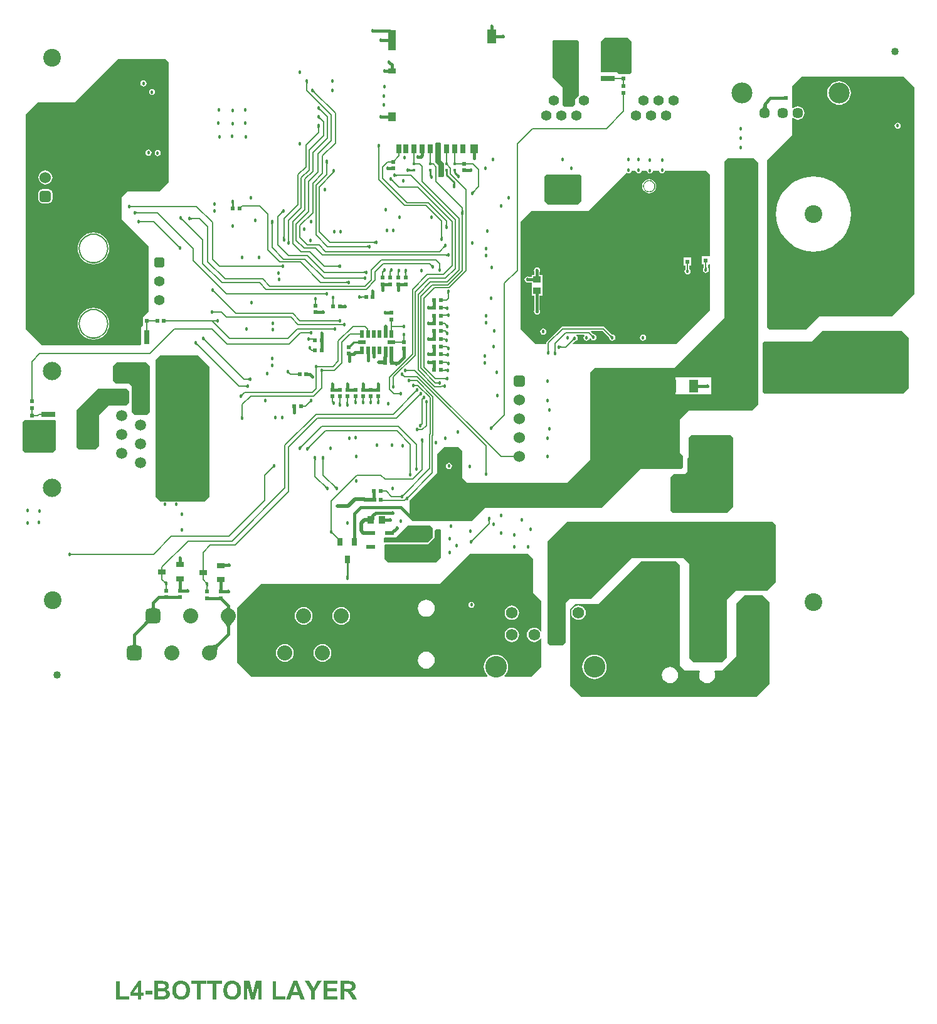
<source format=gbl>
G04*
G04 #@! TF.GenerationSoftware,Altium Limited,Altium Designer,21.4.1 (30)*
G04*
G04 Layer_Physical_Order=4*
G04 Layer_Color=16711680*
%FSLAX25Y25*%
%MOIN*%
G70*
G04*
G04 #@! TF.SameCoordinates,04E9EE4E-D336-421F-817C-04C26E83230A*
G04*
G04*
G04 #@! TF.FilePolarity,Positive*
G04*
G01*
G75*
%ADD15R,0.02400X0.02400*%
%ADD18R,0.02756X0.07800*%
%ADD19R,0.02400X0.02400*%
%ADD23R,0.03150X0.03937*%
%ADD31R,0.04528X0.07087*%
%ADD33R,0.03400X0.03900*%
%ADD47R,0.04700X0.07100*%
%ADD48R,0.03900X0.03400*%
%ADD49R,0.07800X0.02756*%
%ADD50R,0.12992X0.09843*%
%ADD51R,0.01181X0.01575*%
%ADD52C,0.06000*%
%ADD100C,0.11500*%
%ADD112C,0.11100*%
%ADD115C,0.04000*%
%ADD119C,0.01500*%
%ADD120C,0.00800*%
%ADD121C,0.01000*%
%ADD122C,0.02000*%
%ADD124C,0.05941*%
%ADD125C,0.09744*%
%ADD126C,0.05500*%
G04:AMPARAMS|DCode=127|XSize=55mil|YSize=55mil|CornerRadius=13.75mil|HoleSize=0mil|Usage=FLASHONLY|Rotation=270.000|XOffset=0mil|YOffset=0mil|HoleType=Round|Shape=RoundedRectangle|*
%AMROUNDEDRECTD127*
21,1,0.05500,0.02750,0,0,270.0*
21,1,0.02750,0.05500,0,0,270.0*
1,1,0.02750,-0.01375,-0.01375*
1,1,0.02750,-0.01375,0.01375*
1,1,0.02750,0.01375,0.01375*
1,1,0.02750,0.01375,-0.01375*
%
%ADD127ROUNDEDRECTD127*%
%ADD128C,0.05700*%
G04:AMPARAMS|DCode=129|XSize=57mil|YSize=57mil|CornerRadius=14.25mil|HoleSize=0mil|Usage=FLASHONLY|Rotation=180.000|XOffset=0mil|YOffset=0mil|HoleType=Round|Shape=RoundedRectangle|*
%AMROUNDEDRECTD129*
21,1,0.05700,0.02850,0,0,180.0*
21,1,0.02850,0.05700,0,0,180.0*
1,1,0.02850,-0.01425,0.01425*
1,1,0.02850,0.01425,0.01425*
1,1,0.02850,0.01425,-0.01425*
1,1,0.02850,-0.01425,-0.01425*
%
%ADD129ROUNDEDRECTD129*%
G04:AMPARAMS|DCode=130|XSize=80mil|YSize=80mil|CornerRadius=20mil|HoleSize=0mil|Usage=FLASHONLY|Rotation=0.000|XOffset=0mil|YOffset=0mil|HoleType=Round|Shape=RoundedRectangle|*
%AMROUNDEDRECTD130*
21,1,0.08000,0.04000,0,0,0.0*
21,1,0.04000,0.08000,0,0,0.0*
1,1,0.04000,0.02000,-0.02000*
1,1,0.04000,-0.02000,-0.02000*
1,1,0.04000,-0.02000,0.02000*
1,1,0.04000,0.02000,0.02000*
%
%ADD130ROUNDEDRECTD130*%
%ADD131C,0.08000*%
%ADD132C,0.05512*%
%ADD133C,0.06200*%
G04:AMPARAMS|DCode=134|XSize=62mil|YSize=62mil|CornerRadius=15.5mil|HoleSize=0mil|Usage=FLASHONLY|Rotation=0.000|XOffset=0mil|YOffset=0mil|HoleType=Round|Shape=RoundedRectangle|*
%AMROUNDEDRECTD134*
21,1,0.06200,0.03100,0,0,0.0*
21,1,0.03100,0.06200,0,0,0.0*
1,1,0.03100,0.01550,-0.01550*
1,1,0.03100,-0.01550,-0.01550*
1,1,0.03100,-0.01550,0.01550*
1,1,0.03100,0.01550,0.01550*
%
%ADD134ROUNDEDRECTD134*%
%ADD135C,0.09449*%
%ADD136O,0.04400X0.12700*%
%ADD137O,0.10700X0.06000*%
%ADD138C,0.10700*%
G04:AMPARAMS|DCode=139|XSize=60mil|YSize=60mil|CornerRadius=15mil|HoleSize=0mil|Usage=FLASHONLY|Rotation=270.000|XOffset=0mil|YOffset=0mil|HoleType=Round|Shape=RoundedRectangle|*
%AMROUNDEDRECTD139*
21,1,0.06000,0.03000,0,0,270.0*
21,1,0.03000,0.06000,0,0,270.0*
1,1,0.03000,-0.01500,-0.01500*
1,1,0.03000,-0.01500,0.01500*
1,1,0.03000,0.01500,0.01500*
1,1,0.03000,0.01500,-0.01500*
%
%ADD139ROUNDEDRECTD139*%
%ADD140C,0.01800*%
%ADD141R,0.04764X0.02323*%
%ADD142R,0.09843X0.12992*%
%ADD143R,0.02000X0.02000*%
%ADD144R,0.03937X0.02362*%
%ADD145R,0.02362X0.03937*%
%ADD146R,0.17717X0.09055*%
%ADD147R,0.03937X0.11024*%
%ADD148R,0.05118X0.07480*%
%ADD149R,0.03937X0.04724*%
%ADD150R,0.02756X0.04724*%
%ADD151R,0.03937X0.03150*%
%ADD152R,0.07087X0.04528*%
G36*
X305628Y298852D02*
X307744Y296736D01*
X307744Y280259D01*
X306896Y279411D01*
X300943D01*
X299829Y280525D01*
X291132Y280525D01*
X291132Y296799D01*
X293185Y298852D01*
X305628Y298852D01*
D02*
G37*
G36*
X135634Y274907D02*
X135595Y274855D01*
X135560Y274797D01*
X135530Y274734D01*
X135505Y274667D01*
X135485Y274594D01*
X135468Y274516D01*
X135457Y274433D01*
X135450Y274345D01*
X135448Y274252D01*
X134648D01*
X134645Y274345D01*
X134639Y274433D01*
X134627Y274516D01*
X134611Y274594D01*
X134590Y274667D01*
X134565Y274734D01*
X134535Y274797D01*
X134501Y274855D01*
X134461Y274907D01*
X134418Y274955D01*
X135678D01*
X135634Y274907D01*
D02*
G37*
G36*
X138973Y270784D02*
X138983Y270719D01*
X138999Y270654D01*
X139022Y270588D01*
X139052Y270523D01*
X139089Y270456D01*
X139133Y270390D01*
X139184Y270323D01*
X139241Y270256D01*
X139305Y270189D01*
X138740Y269623D01*
X138672Y269687D01*
X138605Y269744D01*
X138538Y269795D01*
X138472Y269839D01*
X138406Y269876D01*
X138340Y269906D01*
X138274Y269929D01*
X138209Y269945D01*
X138144Y269955D01*
X138079Y269958D01*
X138970Y270849D01*
X138973Y270784D01*
D02*
G37*
G36*
X279532Y296666D02*
Y267856D01*
X277746Y266070D01*
Y263318D01*
X276316Y261889D01*
X271896Y261889D01*
X270903Y262882D01*
Y272374D01*
X265764Y277513D01*
Y297129D01*
X266074Y297439D01*
X278759D01*
X279532Y296666D01*
D02*
G37*
G36*
X379259Y263074D02*
X379271Y262840D01*
X379306Y262601D01*
X379364Y262358D01*
X379446Y262112D01*
X379551Y261861D01*
X379679Y261606D01*
X379830Y261348D01*
X380005Y261085D01*
X380424Y260547D01*
X376450Y260900D01*
X376699Y261117D01*
X376921Y261336D01*
X377118Y261559D01*
X377288Y261785D01*
X377432Y262015D01*
X377550Y262248D01*
X377642Y262484D01*
X377707Y262723D01*
X377746Y262966D01*
X377759Y263212D01*
X379259Y263074D01*
D02*
G37*
G36*
X142082Y261304D02*
X142091Y261239D01*
X142108Y261174D01*
X142131Y261108D01*
X142161Y261042D01*
X142198Y260976D01*
X142242Y260910D01*
X142292Y260843D01*
X142349Y260776D01*
X142414Y260708D01*
X141848Y260142D01*
X141780Y260207D01*
X141713Y260264D01*
X141647Y260315D01*
X141580Y260358D01*
X141514Y260395D01*
X141448Y260425D01*
X141383Y260449D01*
X141317Y260465D01*
X141252Y260475D01*
X141188Y260477D01*
X142079Y261368D01*
X142082Y261304D01*
D02*
G37*
G36*
Y256564D02*
X142091Y256499D01*
X142108Y256434D01*
X142131Y256368D01*
X142161Y256302D01*
X142198Y256236D01*
X142242Y256170D01*
X142292Y256103D01*
X142349Y256035D01*
X142414Y255968D01*
X141848Y255402D01*
X141780Y255467D01*
X141713Y255524D01*
X141647Y255574D01*
X141580Y255618D01*
X141514Y255655D01*
X141448Y255685D01*
X141383Y255708D01*
X141317Y255725D01*
X141252Y255734D01*
X141188Y255737D01*
X142079Y256628D01*
X142082Y256564D01*
D02*
G37*
G36*
X452138Y277913D02*
X458034Y272017D01*
X458034Y162787D01*
X445816Y150569D01*
X407277D01*
X400510Y143802D01*
X380575Y143802D01*
X379455Y144922D01*
X379455Y233573D01*
X392987Y247105D01*
Y256010D01*
X393116Y256054D01*
X393487Y256129D01*
X394183Y255595D01*
X395047Y255238D01*
X395974Y255116D01*
X396900Y255238D01*
X397764Y255595D01*
X398506Y256164D01*
X399075Y256906D01*
X399432Y257769D01*
X399554Y258696D01*
X399432Y259623D01*
X399075Y260487D01*
X398506Y261228D01*
X397764Y261797D01*
X396900Y262155D01*
X395974Y262277D01*
X395047Y262155D01*
X394183Y261797D01*
X393487Y261263D01*
X393116Y261339D01*
X392987Y261382D01*
Y273096D01*
X397804Y277913D01*
X452138Y277913D01*
D02*
G37*
G36*
X141765Y251207D02*
X141726Y251154D01*
X141692Y251096D01*
X141662Y251033D01*
X141636Y250966D01*
X141616Y250893D01*
X141600Y250815D01*
X141588Y250732D01*
X141581Y250644D01*
X141579Y250551D01*
X140779D01*
X140777Y250644D01*
X140770Y250732D01*
X140758Y250815D01*
X140742Y250893D01*
X140721Y250966D01*
X140696Y251033D01*
X140666Y251096D01*
X140632Y251154D01*
X140593Y251207D01*
X140549Y251254D01*
X141809D01*
X141765Y251207D01*
D02*
G37*
G36*
X173821Y240692D02*
X173782Y240639D01*
X173747Y240582D01*
X173717Y240519D01*
X173692Y240451D01*
X173671Y240378D01*
X173655Y240300D01*
X173644Y240217D01*
X173637Y240129D01*
X173635Y240036D01*
X172835D01*
X172832Y240129D01*
X172825Y240217D01*
X172814Y240300D01*
X172798Y240378D01*
X172777Y240451D01*
X172752Y240519D01*
X172722Y240582D01*
X172687Y240639D01*
X172648Y240692D01*
X172605Y240740D01*
X173865D01*
X173821Y240692D01*
D02*
G37*
G36*
X146256Y232246D02*
X146217Y232193D01*
X146183Y232136D01*
X146153Y232073D01*
X146128Y232005D01*
X146107Y231932D01*
X146091Y231854D01*
X146079Y231771D01*
X146072Y231683D01*
X146070Y231590D01*
X145270D01*
X145268Y231683D01*
X145261Y231771D01*
X145249Y231854D01*
X145233Y231932D01*
X145213Y232005D01*
X145187Y232073D01*
X145157Y232136D01*
X145123Y232193D01*
X145084Y232246D01*
X145040Y232294D01*
X146300D01*
X146256Y232246D01*
D02*
G37*
G36*
X189256Y229087D02*
X189293Y229065D01*
X189338Y229045D01*
X189391Y229028D01*
X189452Y229014D01*
X189520Y229002D01*
X189681Y228987D01*
X189773Y228983D01*
X189872Y228982D01*
X189873Y227982D01*
X189773Y227980D01*
X189521Y227961D01*
X189453Y227949D01*
X189392Y227935D01*
X189339Y227918D01*
X189294Y227898D01*
X189257Y227876D01*
X189227Y227852D01*
X189227Y229112D01*
X189256Y229087D01*
D02*
G37*
G36*
X335109Y228185D02*
X347378Y228185D01*
X349362Y226201D01*
X349362Y204011D01*
Y183254D01*
X349133Y182849D01*
X348862Y182849D01*
X345033D01*
Y178306D01*
X345950D01*
Y176658D01*
X345947Y176637D01*
X345941Y176608D01*
X345939Y176601D01*
X345918Y176587D01*
X345564Y176058D01*
X345440Y175434D01*
X345564Y174809D01*
X345918Y174280D01*
X346447Y173926D01*
X347071Y173802D01*
X347696Y173926D01*
X348225Y174280D01*
X348579Y174809D01*
X348703Y175434D01*
X348579Y176058D01*
X348225Y176587D01*
X348204Y176601D01*
X348202Y176608D01*
X348196Y176637D01*
X348193Y176658D01*
Y177953D01*
X348547Y178306D01*
X349133Y178306D01*
X349362Y177901D01*
Y154199D01*
X331106Y135943D01*
X276315D01*
X276123Y136405D01*
X277213Y137495D01*
X277229Y137507D01*
X277254Y137523D01*
X277260Y137527D01*
X277285Y137522D01*
X277910Y137646D01*
X278439Y138000D01*
X278793Y138529D01*
X278917Y139153D01*
X278793Y139778D01*
X278439Y140307D01*
X278212Y140459D01*
X278363Y140959D01*
X282254D01*
X282304Y140900D01*
X282476Y140459D01*
X282212Y140063D01*
X282087Y139439D01*
X282212Y138815D01*
X282565Y138286D01*
X283095Y137932D01*
X283719Y137808D01*
X284343Y137932D01*
X284872Y138286D01*
X285226Y138815D01*
X285269Y139032D01*
X285762Y139040D01*
X285780Y139037D01*
X286131Y138511D01*
X286660Y138158D01*
X287285Y138033D01*
X287909Y138158D01*
X288438Y138511D01*
X288792Y139041D01*
X288916Y139665D01*
X288792Y140289D01*
X288438Y140818D01*
X287909Y141172D01*
X287285Y141296D01*
X287260Y141291D01*
X287254Y141295D01*
X287229Y141311D01*
X287212Y141323D01*
X285953Y142583D01*
X286160Y143083D01*
X292106D01*
X295629Y139560D01*
X295641Y139543D01*
X295658Y139518D01*
X295661Y139512D01*
X295656Y139487D01*
X295780Y138863D01*
X296134Y138334D01*
X296663Y137980D01*
X297287Y137856D01*
X297912Y137980D01*
X298441Y138334D01*
X298795Y138863D01*
X298919Y139487D01*
X298795Y140111D01*
X298441Y140641D01*
X297912Y140994D01*
X297287Y141119D01*
X297262Y141114D01*
X297256Y141117D01*
X297232Y141133D01*
X297215Y141146D01*
X293363Y144997D01*
X293000Y145240D01*
X292570Y145326D01*
X292570Y145326D01*
X270945D01*
X270945Y145326D01*
X270515Y145240D01*
X270151Y144997D01*
X270151Y144997D01*
X262525Y137370D01*
X262281Y137006D01*
X262196Y136577D01*
X262196Y136577D01*
Y135943D01*
X256471D01*
X248649Y143765D01*
Y201115D01*
X254390Y206857D01*
X284958D01*
X305087Y226987D01*
X305473Y226729D01*
X306098Y226605D01*
X306722Y226729D01*
X307251Y227082D01*
X307605Y227612D01*
X307719Y228185D01*
X309730D01*
X309819Y227737D01*
X310172Y227208D01*
X310701Y226854D01*
X311326Y226730D01*
X311950Y226854D01*
X312479Y227208D01*
X312833Y227737D01*
X312922Y228185D01*
X315664D01*
X315674Y228173D01*
X315798Y227549D01*
X316152Y227020D01*
X316681Y226666D01*
X317305Y226542D01*
X317930Y226666D01*
X318459Y227020D01*
X318812Y227549D01*
X318937Y228173D01*
X318946Y228185D01*
X322177D01*
X322278Y227674D01*
X322632Y227145D01*
X323161Y226791D01*
X323786Y226667D01*
X324410Y226791D01*
X324939Y227145D01*
X325293Y227674D01*
X325394Y228185D01*
X327910D01*
X335109Y228185D01*
D02*
G37*
G36*
X215113Y226354D02*
X215305Y226189D01*
X215361Y226149D01*
X215415Y226116D01*
X215464Y226091D01*
X215509Y226073D01*
X215551Y226062D01*
X215590Y226059D01*
X214699Y225168D01*
X214695Y225206D01*
X214685Y225248D01*
X214667Y225294D01*
X214641Y225343D01*
X214608Y225396D01*
X214568Y225453D01*
X214466Y225577D01*
X214404Y225645D01*
X214334Y225716D01*
X215041Y226423D01*
X215113Y226354D01*
D02*
G37*
G36*
X182317Y226192D02*
X182369Y226153D01*
X182427Y226119D01*
X182490Y226089D01*
X182558Y226064D01*
X182631Y226043D01*
X182709Y226027D01*
X182791Y226015D01*
X182880Y226009D01*
X182973Y226006D01*
Y225206D01*
X182880Y225204D01*
X182791Y225197D01*
X182709Y225185D01*
X182631Y225169D01*
X182558Y225149D01*
X182490Y225123D01*
X182427Y225094D01*
X182369Y225059D01*
X182317Y225020D01*
X182269Y224976D01*
Y226236D01*
X182317Y226192D01*
D02*
G37*
G36*
X206352Y242684D02*
Y233698D01*
X207925Y232125D01*
Y225408D01*
X207221Y224704D01*
X205261D01*
X204909Y225056D01*
Y230986D01*
X203218Y232678D01*
X203218Y242774D01*
X203522Y243079D01*
X205957Y243079D01*
X206352Y242684D01*
D02*
G37*
G36*
X180661Y223552D02*
X180671Y223487D01*
X180687Y223422D01*
X180710Y223357D01*
X180740Y223291D01*
X180778Y223224D01*
X180821Y223158D01*
X180872Y223091D01*
X180929Y223024D01*
X180993Y222957D01*
X180429Y222390D01*
X180361Y222454D01*
X180294Y222512D01*
X180227Y222562D01*
X180161Y222606D01*
X180095Y222643D01*
X180029Y222673D01*
X179963Y222696D01*
X179898Y222712D01*
X179833Y222722D01*
X179769Y222724D01*
X180658Y223617D01*
X180661Y223552D01*
D02*
G37*
G36*
X213674Y221053D02*
X213694Y220801D01*
X213705Y220733D01*
X213720Y220672D01*
X213737Y220619D01*
X213756Y220574D01*
X213778Y220537D01*
X213803Y220508D01*
X212543D01*
X212567Y220537D01*
X212590Y220574D01*
X212609Y220619D01*
X212626Y220672D01*
X212640Y220733D01*
X212652Y220801D01*
X212668Y220961D01*
X212671Y221053D01*
X212673Y221153D01*
X213673D01*
X213674Y221053D01*
D02*
G37*
G36*
X224161Y216827D02*
X224097Y216759D01*
X224040Y216692D01*
X223989Y216625D01*
X223945Y216559D01*
X223908Y216493D01*
X223878Y216427D01*
X223855Y216361D01*
X223839Y216296D01*
X223829Y216231D01*
X223826Y216166D01*
X222935Y217057D01*
X223000Y217060D01*
X223065Y217070D01*
X223130Y217086D01*
X223196Y217109D01*
X223261Y217140D01*
X223327Y217177D01*
X223394Y217220D01*
X223461Y217271D01*
X223528Y217328D01*
X223595Y217392D01*
X224161Y216827D01*
D02*
G37*
G36*
X96252Y210992D02*
X96230Y210954D01*
X96211Y210909D01*
X96194Y210857D01*
X96179Y210796D01*
X96168Y210728D01*
X96152Y210567D01*
X96148Y210475D01*
X96147Y210375D01*
X95147D01*
X95146Y210475D01*
X95126Y210728D01*
X95114Y210796D01*
X95100Y210857D01*
X95083Y210909D01*
X95064Y210954D01*
X95042Y210992D01*
X95017Y211021D01*
X96277D01*
X96252Y210992D01*
D02*
G37*
G36*
X281004Y225518D02*
Y212001D01*
X279009Y210006D01*
X263304D01*
X261340Y211969D01*
Y224939D01*
X262531Y226130D01*
X280393D01*
X281004Y225518D01*
D02*
G37*
G36*
X41153Y209683D02*
X41205Y209644D01*
X41263Y209609D01*
X41326Y209579D01*
X41394Y209554D01*
X41467Y209533D01*
X41545Y209517D01*
X41628Y209506D01*
X41716Y209499D01*
X41809Y209496D01*
Y208696D01*
X41716Y208694D01*
X41628Y208687D01*
X41545Y208676D01*
X41467Y208660D01*
X41394Y208639D01*
X41326Y208614D01*
X41263Y208584D01*
X41205Y208549D01*
X41153Y208510D01*
X41105Y208466D01*
Y209726D01*
X41153Y209683D01*
D02*
G37*
G36*
X218112Y206890D02*
X218114Y206797D01*
X218130Y206625D01*
X218144Y206546D01*
X218163Y206472D01*
X218185Y206402D01*
X218211Y206337D01*
X218242Y206278D01*
X218276Y206222D01*
X218315Y206172D01*
X217061Y206290D01*
X217108Y206334D01*
X217151Y206383D01*
X217189Y206437D01*
X217221Y206497D01*
X217249Y206563D01*
X217272Y206634D01*
X217289Y206711D01*
X217302Y206793D01*
X217309Y206881D01*
X217312Y206974D01*
X218112Y206890D01*
D02*
G37*
G36*
X122596Y205915D02*
X122532Y205913D01*
X122467Y205903D01*
X122401Y205887D01*
X122336Y205863D01*
X122270Y205833D01*
X122204Y205797D01*
X122137Y205753D01*
X122071Y205702D01*
X122003Y205645D01*
X121936Y205581D01*
X121370Y206146D01*
X121435Y206214D01*
X121492Y206281D01*
X121543Y206348D01*
X121586Y206414D01*
X121623Y206480D01*
X121653Y206546D01*
X121676Y206612D01*
X121693Y206677D01*
X121702Y206742D01*
X121705Y206806D01*
X122596Y205915D01*
D02*
G37*
G36*
X44202Y206387D02*
X44255Y206348D01*
X44313Y206313D01*
X44375Y206284D01*
X44443Y206258D01*
X44516Y206238D01*
X44594Y206222D01*
X44677Y206210D01*
X44765Y206203D01*
X44858Y206201D01*
Y205401D01*
X44765Y205399D01*
X44677Y205392D01*
X44594Y205380D01*
X44516Y205364D01*
X44443Y205343D01*
X44375Y205318D01*
X44313Y205288D01*
X44255Y205254D01*
X44202Y205215D01*
X44155Y205171D01*
Y206431D01*
X44202Y206387D01*
D02*
G37*
G36*
X218214Y204901D02*
X218175Y204848D01*
X218140Y204790D01*
X218110Y204728D01*
X218085Y204660D01*
X218064Y204587D01*
X218048Y204509D01*
X218037Y204426D01*
X218030Y204338D01*
X218027Y204245D01*
X217228D01*
X217225Y204338D01*
X217218Y204426D01*
X217207Y204509D01*
X217191Y204587D01*
X217170Y204660D01*
X217145Y204728D01*
X217115Y204790D01*
X217080Y204848D01*
X217041Y204901D01*
X216998Y204948D01*
X218257D01*
X218214Y204901D01*
D02*
G37*
G36*
X73440Y203141D02*
X73492Y203102D01*
X73550Y203067D01*
X73613Y203037D01*
X73681Y203012D01*
X73753Y202991D01*
X73831Y202975D01*
X73914Y202964D01*
X74002Y202957D01*
X74095Y202955D01*
Y202154D01*
X74002Y202152D01*
X73914Y202145D01*
X73831Y202134D01*
X73753Y202118D01*
X73681Y202097D01*
X73613Y202072D01*
X73550Y202042D01*
X73492Y202007D01*
X73440Y201968D01*
X73392Y201924D01*
Y203185D01*
X73440Y203141D01*
D02*
G37*
G36*
X68912Y202842D02*
X68922Y202777D01*
X68938Y202712D01*
X68961Y202646D01*
X68991Y202581D01*
X69028Y202514D01*
X69072Y202448D01*
X69122Y202381D01*
X69180Y202314D01*
X69244Y202247D01*
X68678Y201681D01*
X68611Y201745D01*
X68544Y201802D01*
X68477Y201853D01*
X68410Y201897D01*
X68344Y201934D01*
X68278Y201964D01*
X68213Y201987D01*
X68148Y202003D01*
X68083Y202013D01*
X68018Y202016D01*
X68909Y202907D01*
X68912Y202842D01*
D02*
G37*
G36*
X117113Y200189D02*
X117074Y200137D01*
X117040Y200079D01*
X117010Y200016D01*
X116985Y199949D01*
X116964Y199876D01*
X116948Y199798D01*
X116936Y199715D01*
X116929Y199627D01*
X116927Y199534D01*
X116127D01*
X116125Y199627D01*
X116118Y199715D01*
X116106Y199798D01*
X116090Y199876D01*
X116070Y199949D01*
X116044Y200016D01*
X116015Y200079D01*
X115980Y200137D01*
X115941Y200189D01*
X115897Y200237D01*
X117157D01*
X117113Y200189D01*
D02*
G37*
G36*
X209574Y199315D02*
X209581Y199227D01*
X209593Y199144D01*
X209609Y199066D01*
X209629Y198993D01*
X209655Y198925D01*
X209684Y198862D01*
X209719Y198805D01*
X209758Y198752D01*
X209802Y198704D01*
X208542D01*
X208586Y198752D01*
X208625Y198805D01*
X208659Y198862D01*
X208689Y198925D01*
X208714Y198993D01*
X208735Y199066D01*
X208751Y199144D01*
X208763Y199227D01*
X208769Y199315D01*
X208772Y199408D01*
X209572D01*
X209574Y199315D01*
D02*
G37*
G36*
X207139Y193017D02*
X207146Y192929D01*
X207157Y192846D01*
X207174Y192768D01*
X207194Y192695D01*
X207220Y192627D01*
X207249Y192564D01*
X207284Y192507D01*
X207323Y192454D01*
X207367Y192406D01*
X206107D01*
X206151Y192454D01*
X206190Y192507D01*
X206224Y192564D01*
X206254Y192627D01*
X206279Y192695D01*
X206300Y192768D01*
X206316Y192846D01*
X206328Y192929D01*
X206334Y193017D01*
X206337Y193110D01*
X207137D01*
X207139Y193017D01*
D02*
G37*
G36*
X123191Y192787D02*
X123198Y192699D01*
X123210Y192615D01*
X123226Y192538D01*
X123247Y192465D01*
X123272Y192397D01*
X123302Y192334D01*
X123336Y192276D01*
X123375Y192224D01*
X123419Y192176D01*
X122159D01*
X122203Y192224D01*
X122242Y192276D01*
X122276Y192334D01*
X122306Y192397D01*
X122332Y192465D01*
X122352Y192538D01*
X122368Y192615D01*
X122380Y192699D01*
X122387Y192787D01*
X122389Y192880D01*
X123189D01*
X123191Y192787D01*
D02*
G37*
G36*
X125751Y190859D02*
X125758Y190771D01*
X125769Y190688D01*
X125785Y190610D01*
X125806Y190537D01*
X125831Y190469D01*
X125861Y190407D01*
X125896Y190349D01*
X125935Y190296D01*
X125978Y190249D01*
X124718D01*
X124762Y190296D01*
X124801Y190349D01*
X124836Y190407D01*
X124866Y190469D01*
X124891Y190537D01*
X124912Y190610D01*
X124928Y190688D01*
X124939Y190771D01*
X124946Y190859D01*
X124948Y190952D01*
X125748D01*
X125751Y190859D01*
D02*
G37*
G36*
X171139Y189344D02*
X171091Y189387D01*
X171038Y189426D01*
X170981Y189461D01*
X170918Y189491D01*
X170850Y189516D01*
X170777Y189537D01*
X170699Y189553D01*
X170616Y189564D01*
X170528Y189571D01*
X170435Y189574D01*
Y190374D01*
X170528Y190376D01*
X170616Y190383D01*
X170699Y190394D01*
X170777Y190410D01*
X170850Y190431D01*
X170918Y190456D01*
X170981Y190486D01*
X171038Y190521D01*
X171091Y190560D01*
X171139Y190603D01*
Y189344D01*
D02*
G37*
G36*
X167614Y187179D02*
X167567Y187223D01*
X167514Y187262D01*
X167456Y187297D01*
X167394Y187327D01*
X167326Y187352D01*
X167253Y187373D01*
X167175Y187389D01*
X167092Y187400D01*
X167004Y187407D01*
X166911Y187409D01*
Y188209D01*
X167004Y188212D01*
X167092Y188219D01*
X167175Y188230D01*
X167253Y188246D01*
X167326Y188267D01*
X167394Y188292D01*
X167456Y188322D01*
X167514Y188357D01*
X167567Y188396D01*
X167614Y188439D01*
Y187179D01*
D02*
G37*
G36*
X208754Y187475D02*
X208689Y187472D01*
X208624Y187463D01*
X208559Y187446D01*
X208493Y187423D01*
X208428Y187393D01*
X208362Y187356D01*
X208295Y187312D01*
X208228Y187262D01*
X208161Y187204D01*
X208094Y187140D01*
X207528Y187706D01*
X207592Y187773D01*
X207649Y187840D01*
X207700Y187907D01*
X207744Y187974D01*
X207781Y188040D01*
X207811Y188106D01*
X207834Y188171D01*
X207850Y188236D01*
X207860Y188301D01*
X207863Y188366D01*
X208754Y187475D01*
D02*
G37*
G36*
X209649Y182595D02*
X209601Y182639D01*
X209549Y182678D01*
X209491Y182712D01*
X209428Y182742D01*
X209360Y182767D01*
X209288Y182788D01*
X209210Y182804D01*
X209127Y182816D01*
X209039Y182823D01*
X208945Y182825D01*
Y183625D01*
X209039Y183627D01*
X209127Y183634D01*
X209210Y183645D01*
X209288Y183662D01*
X209360Y183682D01*
X209428Y183708D01*
X209491Y183738D01*
X209549Y183772D01*
X209601Y183811D01*
X209649Y183855D01*
Y182595D01*
D02*
G37*
G36*
X201327Y178249D02*
X201394Y178191D01*
X201461Y178141D01*
X201527Y178097D01*
X201593Y178060D01*
X201659Y178030D01*
X201725Y178007D01*
X201790Y177991D01*
X201855Y177981D01*
X201919Y177978D01*
X201028Y177087D01*
X201026Y177152D01*
X201016Y177217D01*
X201000Y177282D01*
X200976Y177348D01*
X200946Y177413D01*
X200909Y177480D01*
X200866Y177546D01*
X200815Y177613D01*
X200758Y177680D01*
X200693Y177747D01*
X201259Y178313D01*
X201327Y178249D01*
D02*
G37*
G36*
X151860Y176732D02*
X151812Y176776D01*
X151759Y176815D01*
X151702Y176849D01*
X151639Y176879D01*
X151571Y176905D01*
X151498Y176925D01*
X151420Y176941D01*
X151337Y176953D01*
X151249Y176960D01*
X151156Y176962D01*
Y177762D01*
X151249Y177764D01*
X151337Y177771D01*
X151420Y177783D01*
X151498Y177799D01*
X151571Y177820D01*
X151639Y177845D01*
X151702Y177875D01*
X151759Y177909D01*
X151812Y177948D01*
X151860Y177992D01*
Y176732D01*
D02*
G37*
G36*
X347474Y176687D02*
X347481Y176599D01*
X347492Y176516D01*
X347508Y176438D01*
X347529Y176365D01*
X347554Y176297D01*
X347584Y176234D01*
X347619Y176177D01*
X347658Y176124D01*
X347701Y176076D01*
X346441D01*
X346485Y176124D01*
X346524Y176177D01*
X346559Y176234D01*
X346589Y176297D01*
X346614Y176365D01*
X346635Y176438D01*
X346651Y176516D01*
X346662Y176599D01*
X346669Y176687D01*
X346671Y176780D01*
X347471D01*
X347474Y176687D01*
D02*
G37*
G36*
X206052Y176648D02*
X206054Y176555D01*
X206070Y176383D01*
X206083Y176304D01*
X206101Y176229D01*
X206123Y176160D01*
X206148Y176095D01*
X206178Y176034D01*
X206211Y175979D01*
X206249Y175928D01*
X204997Y176071D01*
X205045Y176114D01*
X205089Y176162D01*
X205127Y176216D01*
X205160Y176275D01*
X205188Y176340D01*
X205211Y176411D01*
X205229Y176488D01*
X205242Y176570D01*
X205249Y176657D01*
X205252Y176751D01*
X206052Y176648D01*
D02*
G37*
G36*
X176363Y174430D02*
X176298Y174427D01*
X176233Y174417D01*
X176168Y174401D01*
X176102Y174378D01*
X176037Y174348D01*
X175970Y174311D01*
X175904Y174267D01*
X175837Y174217D01*
X175770Y174159D01*
X175703Y174095D01*
X175137Y174661D01*
X175201Y174728D01*
X175259Y174795D01*
X175309Y174862D01*
X175353Y174929D01*
X175390Y174995D01*
X175420Y175061D01*
X175443Y175126D01*
X175459Y175191D01*
X175469Y175256D01*
X175472Y175321D01*
X176363Y174430D01*
D02*
G37*
G36*
X188098Y174316D02*
X188059Y174263D01*
X188024Y174206D01*
X187994Y174143D01*
X187969Y174075D01*
X187948Y174002D01*
X187932Y173924D01*
X187921Y173841D01*
X187914Y173753D01*
X187911Y173660D01*
X187111D01*
X187109Y173753D01*
X187102Y173841D01*
X187091Y173924D01*
X187075Y174002D01*
X187054Y174075D01*
X187029Y174143D01*
X186999Y174206D01*
X186964Y174263D01*
X186925Y174316D01*
X186881Y174364D01*
X188141D01*
X188098Y174316D01*
D02*
G37*
G36*
X165897Y173574D02*
X165850Y173618D01*
X165797Y173657D01*
X165739Y173691D01*
X165676Y173721D01*
X165609Y173746D01*
X165536Y173767D01*
X165458Y173783D01*
X165375Y173795D01*
X165287Y173802D01*
X165194Y173804D01*
Y174604D01*
X165287Y174606D01*
X165375Y174613D01*
X165458Y174625D01*
X165536Y174641D01*
X165609Y174661D01*
X165676Y174687D01*
X165739Y174717D01*
X165797Y174751D01*
X165850Y174790D01*
X165897Y174834D01*
Y173574D01*
D02*
G37*
G36*
X165434Y170424D02*
X165387Y170468D01*
X165334Y170507D01*
X165276Y170541D01*
X165214Y170571D01*
X165146Y170597D01*
X165073Y170617D01*
X164995Y170633D01*
X164912Y170645D01*
X164824Y170652D01*
X164731Y170654D01*
Y171454D01*
X164824Y171456D01*
X164912Y171463D01*
X164995Y171475D01*
X165073Y171491D01*
X165146Y171512D01*
X165214Y171537D01*
X165276Y171567D01*
X165334Y171601D01*
X165387Y171640D01*
X165434Y171684D01*
Y170424D01*
D02*
G37*
G36*
X156619Y168220D02*
X156571Y168264D01*
X156519Y168303D01*
X156461Y168337D01*
X156398Y168367D01*
X156331Y168393D01*
X156258Y168413D01*
X156180Y168429D01*
X156097Y168441D01*
X156009Y168448D01*
X155916Y168450D01*
Y169250D01*
X156009Y169252D01*
X156097Y169259D01*
X156180Y169271D01*
X156258Y169287D01*
X156331Y169307D01*
X156398Y169333D01*
X156461Y169363D01*
X156519Y169397D01*
X156571Y169436D01*
X156619Y169480D01*
Y168220D01*
D02*
G37*
G36*
X210696Y163294D02*
X210657Y163241D01*
X210622Y163183D01*
X210592Y163120D01*
X210567Y163052D01*
X210546Y162980D01*
X210530Y162902D01*
X210519Y162819D01*
X210512Y162731D01*
X210509Y162638D01*
X209709D01*
X209707Y162731D01*
X209700Y162819D01*
X209689Y162902D01*
X209673Y162980D01*
X209652Y163052D01*
X209627Y163120D01*
X209597Y163183D01*
X209562Y163241D01*
X209523Y163294D01*
X209479Y163341D01*
X210739D01*
X210696Y163294D01*
D02*
G37*
G36*
X163745Y161498D02*
X163798Y161459D01*
X163856Y161425D01*
X163918Y161395D01*
X163986Y161370D01*
X164059Y161349D01*
X164137Y161333D01*
X164220Y161321D01*
X164308Y161314D01*
X164401Y161312D01*
Y160512D01*
X164308Y160510D01*
X164220Y160503D01*
X164137Y160492D01*
X164059Y160475D01*
X163986Y160455D01*
X163918Y160429D01*
X163856Y160399D01*
X163798Y160365D01*
X163745Y160326D01*
X163698Y160282D01*
Y161542D01*
X163745Y161498D01*
D02*
G37*
G36*
X208906Y154549D02*
X208865Y154598D01*
X208818Y154643D01*
X208766Y154682D01*
X208707Y154716D01*
X208643Y154745D01*
X208573Y154768D01*
X208497Y154787D01*
X208416Y154799D01*
X208328Y154807D01*
X208235Y154810D01*
X208369Y155610D01*
X208462Y155612D01*
X208634Y155627D01*
X208714Y155640D01*
X208788Y155656D01*
X208858Y155677D01*
X208924Y155701D01*
X208984Y155728D01*
X209040Y155760D01*
X209091Y155795D01*
X208906Y154549D01*
D02*
G37*
G36*
X209652Y150764D02*
X209604Y150808D01*
X209552Y150847D01*
X209494Y150882D01*
X209431Y150911D01*
X209363Y150937D01*
X209291Y150957D01*
X209213Y150973D01*
X209130Y150985D01*
X209042Y150992D01*
X208948Y150994D01*
Y151794D01*
X209042Y151796D01*
X209130Y151803D01*
X209213Y151815D01*
X209291Y151831D01*
X209363Y151852D01*
X209431Y151877D01*
X209494Y151907D01*
X209552Y151941D01*
X209604Y151980D01*
X209652Y152024D01*
Y150764D01*
D02*
G37*
G36*
X209086Y146659D02*
X209153Y146602D01*
X209220Y146551D01*
X209287Y146508D01*
X209353Y146471D01*
X209419Y146441D01*
X209484Y146417D01*
X209549Y146401D01*
X209614Y146391D01*
X209679Y146389D01*
X208788Y145498D01*
X208785Y145562D01*
X208776Y145627D01*
X208759Y145692D01*
X208736Y145758D01*
X208706Y145824D01*
X208669Y145890D01*
X208625Y145956D01*
X208575Y146023D01*
X208517Y146090D01*
X208453Y146158D01*
X209019Y146723D01*
X209086Y146659D01*
D02*
G37*
G36*
X209158Y142883D02*
X209225Y142826D01*
X209292Y142775D01*
X209358Y142732D01*
X209424Y142695D01*
X209490Y142665D01*
X209556Y142641D01*
X209621Y142625D01*
X209686Y142615D01*
X209751Y142613D01*
X208859Y141722D01*
X208857Y141786D01*
X208847Y141851D01*
X208831Y141917D01*
X208807Y141982D01*
X208777Y142048D01*
X208741Y142114D01*
X208697Y142181D01*
X208646Y142247D01*
X208589Y142314D01*
X208525Y142382D01*
X209090Y142948D01*
X209158Y142883D01*
D02*
G37*
G36*
X286683Y140835D02*
X286750Y140778D01*
X286817Y140727D01*
X286883Y140684D01*
X286950Y140647D01*
X287015Y140617D01*
X287081Y140594D01*
X287146Y140577D01*
X287211Y140568D01*
X287276Y140565D01*
X286385Y139674D01*
X286382Y139738D01*
X286372Y139803D01*
X286356Y139868D01*
X286333Y139934D01*
X286303Y140000D01*
X286266Y140066D01*
X286222Y140132D01*
X286171Y140199D01*
X286114Y140267D01*
X286050Y140334D01*
X286615Y140900D01*
X286683Y140835D01*
D02*
G37*
G36*
X296686Y140658D02*
X296753Y140601D01*
X296820Y140550D01*
X296886Y140506D01*
X296952Y140469D01*
X297018Y140439D01*
X297084Y140416D01*
X297149Y140400D01*
X297214Y140390D01*
X297278Y140387D01*
X296387Y139496D01*
X296385Y139561D01*
X296375Y139626D01*
X296359Y139691D01*
X296335Y139756D01*
X296305Y139822D01*
X296268Y139889D01*
X296225Y139955D01*
X296174Y140022D01*
X296117Y140089D01*
X296053Y140156D01*
X296618Y140722D01*
X296686Y140658D01*
D02*
G37*
G36*
X80831Y139084D02*
X80841Y139019D01*
X80857Y138954D01*
X80881Y138888D01*
X80911Y138822D01*
X80948Y138756D01*
X80991Y138690D01*
X81042Y138623D01*
X81099Y138556D01*
X81163Y138488D01*
X80598Y137923D01*
X80530Y137987D01*
X80463Y138044D01*
X80396Y138095D01*
X80330Y138139D01*
X80264Y138175D01*
X80198Y138206D01*
X80132Y138229D01*
X80067Y138245D01*
X80002Y138255D01*
X79938Y138258D01*
X80828Y139148D01*
X80831Y139084D01*
D02*
G37*
G36*
X277276Y138253D02*
X277212Y138251D01*
X277147Y138241D01*
X277082Y138224D01*
X277016Y138201D01*
X276950Y138171D01*
X276884Y138134D01*
X276818Y138091D01*
X276751Y138040D01*
X276684Y137983D01*
X276616Y137918D01*
X276051Y138484D01*
X276115Y138551D01*
X276172Y138619D01*
X276223Y138686D01*
X276267Y138752D01*
X276303Y138818D01*
X276333Y138884D01*
X276357Y138950D01*
X276373Y139015D01*
X276383Y139080D01*
X276385Y139144D01*
X277276Y138253D01*
D02*
G37*
G36*
X61466Y285852D02*
Y221984D01*
X56546Y217064D01*
X39668D01*
X36723Y214119D01*
Y202338D01*
X50995Y188066D01*
X50995Y153495D01*
X48000Y150500D01*
Y146000D01*
X47000Y145000D01*
Y136000D01*
X46500Y135500D01*
X33000D01*
X33000Y135500D01*
X-5634Y135500D01*
X-14313Y144179D01*
Y258049D01*
X-7887Y264475D01*
X11580D01*
X34479Y287374D01*
X59943D01*
X61466Y285852D01*
D02*
G37*
G36*
X76856Y136519D02*
X76865Y136454D01*
X76882Y136389D01*
X76905Y136323D01*
X76935Y136257D01*
X76972Y136191D01*
X77016Y136125D01*
X77066Y136058D01*
X77123Y135991D01*
X77188Y135923D01*
X76622Y135357D01*
X76555Y135422D01*
X76487Y135479D01*
X76420Y135529D01*
X76354Y135573D01*
X76288Y135610D01*
X76222Y135640D01*
X76157Y135663D01*
X76091Y135680D01*
X76026Y135689D01*
X75962Y135692D01*
X76853Y136583D01*
X76856Y136519D01*
D02*
G37*
G36*
X269585Y135064D02*
X269637Y135025D01*
X269695Y134991D01*
X269758Y134961D01*
X269826Y134935D01*
X269899Y134915D01*
X269976Y134899D01*
X270059Y134887D01*
X270147Y134880D01*
X270241Y134878D01*
Y134078D01*
X270147Y134076D01*
X270059Y134069D01*
X269976Y134057D01*
X269899Y134041D01*
X269826Y134020D01*
X269758Y133995D01*
X269695Y133965D01*
X269637Y133931D01*
X269585Y133892D01*
X269537Y133848D01*
Y135108D01*
X269585Y135064D01*
D02*
G37*
G36*
X209832Y134817D02*
X209899Y134759D01*
X209966Y134709D01*
X210032Y134665D01*
X210098Y134628D01*
X210164Y134598D01*
X210230Y134575D01*
X210295Y134558D01*
X210360Y134549D01*
X210424Y134546D01*
X209533Y133655D01*
X209531Y133720D01*
X209521Y133785D01*
X209505Y133850D01*
X209481Y133915D01*
X209451Y133981D01*
X209415Y134047D01*
X209371Y134114D01*
X209320Y134181D01*
X209263Y134248D01*
X209199Y134315D01*
X209764Y134881D01*
X209832Y134817D01*
D02*
G37*
G36*
X263720Y132595D02*
X263727Y132507D01*
X263738Y132423D01*
X263755Y132346D01*
X263775Y132273D01*
X263801Y132205D01*
X263830Y132142D01*
X263865Y132084D01*
X263904Y132032D01*
X263948Y131984D01*
X262688D01*
X262731Y132032D01*
X262771Y132084D01*
X262805Y132142D01*
X262835Y132205D01*
X262860Y132273D01*
X262881Y132346D01*
X262897Y132423D01*
X262909Y132507D01*
X262915Y132595D01*
X262918Y132688D01*
X263718D01*
X263720Y132595D01*
D02*
G37*
G36*
X267287Y132395D02*
X267294Y132307D01*
X267305Y132224D01*
X267322Y132146D01*
X267342Y132073D01*
X267368Y132005D01*
X267397Y131942D01*
X267432Y131885D01*
X267471Y131832D01*
X267515Y131784D01*
X266255D01*
X266299Y131832D01*
X266338Y131885D01*
X266372Y131942D01*
X266402Y132005D01*
X266427Y132073D01*
X266448Y132146D01*
X266464Y132224D01*
X266476Y132307D01*
X266482Y132395D01*
X266485Y132488D01*
X267285D01*
X267287Y132395D01*
D02*
G37*
G36*
X209181Y129680D02*
X209134Y129724D01*
X209081Y129763D01*
X209023Y129797D01*
X208960Y129827D01*
X208892Y129852D01*
X208820Y129873D01*
X208742Y129889D01*
X208659Y129901D01*
X208571Y129907D01*
X208478Y129910D01*
Y130710D01*
X208571Y130712D01*
X208659Y130719D01*
X208742Y130730D01*
X208820Y130747D01*
X208892Y130767D01*
X208960Y130793D01*
X209023Y130823D01*
X209081Y130857D01*
X209134Y130896D01*
X209181Y130940D01*
Y129680D01*
D02*
G37*
G36*
X209138Y121564D02*
X209091Y121607D01*
X209038Y121646D01*
X208980Y121681D01*
X208917Y121711D01*
X208850Y121736D01*
X208777Y121757D01*
X208699Y121773D01*
X208616Y121784D01*
X208528Y121791D01*
X208435Y121794D01*
Y122594D01*
X208528Y122596D01*
X208616Y122603D01*
X208699Y122614D01*
X208777Y122630D01*
X208850Y122651D01*
X208917Y122676D01*
X208980Y122706D01*
X209038Y122741D01*
X209091Y122780D01*
X209138Y122824D01*
Y121564D01*
D02*
G37*
G36*
X125907Y121253D02*
X125917Y121188D01*
X125933Y121123D01*
X125956Y121057D01*
X125986Y120992D01*
X126023Y120925D01*
X126067Y120859D01*
X126118Y120792D01*
X126175Y120725D01*
X126239Y120658D01*
X125673Y120092D01*
X125606Y120156D01*
X125539Y120213D01*
X125472Y120264D01*
X125406Y120308D01*
X125339Y120345D01*
X125274Y120375D01*
X125208Y120398D01*
X125143Y120414D01*
X125078Y120424D01*
X125013Y120427D01*
X125904Y121318D01*
X125907Y121253D01*
D02*
G37*
G36*
X208879Y117059D02*
X208831Y117103D01*
X208779Y117142D01*
X208721Y117176D01*
X208658Y117206D01*
X208590Y117232D01*
X208517Y117252D01*
X208439Y117268D01*
X208356Y117280D01*
X208268Y117287D01*
X208175Y117289D01*
Y118089D01*
X208268Y118091D01*
X208356Y118098D01*
X208439Y118110D01*
X208517Y118126D01*
X208590Y118147D01*
X208658Y118172D01*
X208721Y118202D01*
X208779Y118236D01*
X208831Y118275D01*
X208879Y118319D01*
Y117059D01*
D02*
G37*
G36*
X104207Y116751D02*
X104159Y116794D01*
X104106Y116833D01*
X104049Y116868D01*
X103986Y116898D01*
X103918Y116923D01*
X103845Y116944D01*
X103767Y116960D01*
X103684Y116971D01*
X103596Y116978D01*
X103503Y116981D01*
Y117780D01*
X103596Y117783D01*
X103684Y117790D01*
X103767Y117801D01*
X103845Y117817D01*
X103918Y117838D01*
X103986Y117863D01*
X104049Y117893D01*
X104106Y117928D01*
X104159Y117967D01*
X104207Y118010D01*
Y116751D01*
D02*
G37*
G36*
X103120Y112993D02*
X103073Y113037D01*
X103020Y113076D01*
X102962Y113111D01*
X102900Y113141D01*
X102832Y113166D01*
X102759Y113187D01*
X102681Y113203D01*
X102598Y113214D01*
X102510Y113221D01*
X102417Y113223D01*
Y114023D01*
X102510Y114026D01*
X102598Y114033D01*
X102681Y114044D01*
X102759Y114060D01*
X102832Y114081D01*
X102900Y114106D01*
X102962Y114136D01*
X103020Y114171D01*
X103073Y114210D01*
X103120Y114253D01*
Y112993D01*
D02*
G37*
G36*
X454999Y139539D02*
Y112831D01*
X451820Y109652D01*
X378323D01*
X377194Y110780D01*
X377194Y136814D01*
X377861Y137481D01*
X403201D01*
X408831Y143111D01*
X451427D01*
X454999Y139539D01*
D02*
G37*
G36*
X101261Y109126D02*
X101197Y109058D01*
X101139Y108991D01*
X101089Y108925D01*
X101045Y108858D01*
X101008Y108792D01*
X100978Y108726D01*
X100955Y108661D01*
X100938Y108595D01*
X100929Y108530D01*
X100926Y108466D01*
X100035Y109357D01*
X100100Y109360D01*
X100164Y109369D01*
X100230Y109386D01*
X100295Y109409D01*
X100361Y109439D01*
X100427Y109476D01*
X100494Y109520D01*
X100560Y109570D01*
X100628Y109627D01*
X100695Y109692D01*
X101261Y109126D01*
D02*
G37*
G36*
X173478Y106285D02*
X173485Y106197D01*
X173496Y106114D01*
X173512Y106036D01*
X173533Y105963D01*
X173558Y105895D01*
X173588Y105832D01*
X173623Y105775D01*
X173662Y105722D01*
X173706Y105674D01*
X172446D01*
X172489Y105722D01*
X172528Y105775D01*
X172563Y105832D01*
X172593Y105895D01*
X172618Y105963D01*
X172639Y106036D01*
X172655Y106114D01*
X172666Y106197D01*
X172673Y106285D01*
X172676Y106378D01*
X173476D01*
X173478Y106285D01*
D02*
G37*
G36*
X169378D02*
X169385Y106197D01*
X169396Y106114D01*
X169412Y106036D01*
X169433Y105963D01*
X169458Y105895D01*
X169488Y105832D01*
X169523Y105775D01*
X169562Y105722D01*
X169606Y105674D01*
X168346D01*
X168389Y105722D01*
X168428Y105775D01*
X168463Y105832D01*
X168493Y105895D01*
X168518Y105963D01*
X168539Y106036D01*
X168555Y106114D01*
X168566Y106197D01*
X168573Y106285D01*
X168576Y106378D01*
X169376D01*
X169378Y106285D01*
D02*
G37*
G36*
X165278D02*
X165285Y106197D01*
X165296Y106114D01*
X165312Y106036D01*
X165333Y105963D01*
X165358Y105895D01*
X165388Y105832D01*
X165423Y105775D01*
X165462Y105722D01*
X165506Y105674D01*
X164246D01*
X164289Y105722D01*
X164328Y105775D01*
X164363Y105832D01*
X164393Y105895D01*
X164418Y105963D01*
X164439Y106036D01*
X164455Y106114D01*
X164466Y106197D01*
X164473Y106285D01*
X164476Y106378D01*
X165276D01*
X165278Y106285D01*
D02*
G37*
G36*
X161178D02*
X161185Y106197D01*
X161196Y106114D01*
X161212Y106036D01*
X161233Y105963D01*
X161258Y105895D01*
X161288Y105832D01*
X161323Y105775D01*
X161362Y105722D01*
X161406Y105674D01*
X160146D01*
X160189Y105722D01*
X160228Y105775D01*
X160263Y105832D01*
X160293Y105895D01*
X160318Y105963D01*
X160339Y106036D01*
X160355Y106114D01*
X160366Y106197D01*
X160373Y106285D01*
X160376Y106378D01*
X161176D01*
X161178Y106285D01*
D02*
G37*
G36*
X137403Y105234D02*
X137338Y105231D01*
X137273Y105221D01*
X137208Y105205D01*
X137142Y105182D01*
X137076Y105151D01*
X137010Y105114D01*
X136944Y105071D01*
X136877Y105020D01*
X136810Y104963D01*
X136742Y104899D01*
X136177Y105464D01*
X136241Y105532D01*
X136298Y105599D01*
X136349Y105666D01*
X136393Y105732D01*
X136430Y105798D01*
X136460Y105864D01*
X136483Y105930D01*
X136499Y105995D01*
X136509Y106060D01*
X136512Y106124D01*
X137403Y105234D01*
D02*
G37*
G36*
X156842Y105114D02*
X156849Y105026D01*
X156860Y104943D01*
X156876Y104866D01*
X156897Y104793D01*
X156922Y104725D01*
X156952Y104662D01*
X156987Y104604D01*
X157026Y104552D01*
X157069Y104504D01*
X155809D01*
X155853Y104552D01*
X155892Y104604D01*
X155927Y104662D01*
X155957Y104725D01*
X155982Y104793D01*
X156003Y104866D01*
X156019Y104943D01*
X156030Y105026D01*
X156037Y105114D01*
X156039Y105208D01*
X156839D01*
X156842Y105114D01*
D02*
G37*
G36*
X152905Y105007D02*
X152912Y104919D01*
X152923Y104835D01*
X152939Y104758D01*
X152960Y104685D01*
X152985Y104617D01*
X153015Y104554D01*
X153050Y104496D01*
X153089Y104444D01*
X153132Y104396D01*
X151872D01*
X151916Y104444D01*
X151955Y104496D01*
X151990Y104554D01*
X152020Y104617D01*
X152045Y104685D01*
X152066Y104758D01*
X152082Y104835D01*
X152093Y104919D01*
X152100Y105007D01*
X152102Y105100D01*
X152902D01*
X152905Y105007D01*
D02*
G37*
G36*
X51494Y124505D02*
Y100005D01*
X51500Y100000D01*
X50000Y98500D01*
X43500D01*
X42000Y100000D01*
Y113500D01*
X40500Y115000D01*
X33500D01*
X32000Y116500D01*
Y124500D01*
X34000Y126500D01*
X49500D01*
X51494Y124505D01*
D02*
G37*
G36*
X101035Y97975D02*
X101037Y97881D01*
X101050Y97708D01*
X101061Y97629D01*
X101093Y97484D01*
X101114Y97418D01*
X101138Y97358D01*
X101165Y97302D01*
X101196Y97250D01*
X99965Y97518D01*
X100016Y97555D01*
X100062Y97599D01*
X100103Y97648D01*
X100138Y97704D01*
X100168Y97767D01*
X100192Y97835D01*
X100211Y97910D01*
X100224Y97991D01*
X100232Y98078D01*
X100235Y98172D01*
X101035Y97975D01*
D02*
G37*
G36*
X234070Y91917D02*
X234006Y91849D01*
X233948Y91782D01*
X233898Y91716D01*
X233854Y91649D01*
X233817Y91583D01*
X233787Y91517D01*
X233764Y91452D01*
X233748Y91386D01*
X233738Y91321D01*
X233735Y91257D01*
X232844Y92148D01*
X232909Y92150D01*
X232974Y92160D01*
X233039Y92177D01*
X233104Y92200D01*
X233170Y92230D01*
X233237Y92267D01*
X233303Y92311D01*
X233370Y92361D01*
X233437Y92418D01*
X233504Y92483D01*
X234070Y91917D01*
D02*
G37*
G36*
X196994Y84350D02*
X196955Y84298D01*
X196920Y84240D01*
X196890Y84177D01*
X196865Y84109D01*
X196844Y84036D01*
X196828Y83958D01*
X196817Y83875D01*
X196810Y83787D01*
X196808Y83694D01*
X196008D01*
X196005Y83787D01*
X195998Y83875D01*
X195987Y83958D01*
X195971Y84036D01*
X195950Y84109D01*
X195925Y84177D01*
X195895Y84240D01*
X195860Y84298D01*
X195821Y84350D01*
X195778Y84398D01*
X197038D01*
X196994Y84350D01*
D02*
G37*
G36*
X132443Y81477D02*
X132379Y81410D01*
X132321Y81343D01*
X132271Y81276D01*
X132227Y81209D01*
X132190Y81143D01*
X132160Y81077D01*
X132137Y81012D01*
X132120Y80947D01*
X132111Y80882D01*
X132108Y80817D01*
X131217Y81708D01*
X131282Y81711D01*
X131346Y81721D01*
X131412Y81737D01*
X131477Y81760D01*
X131543Y81790D01*
X131609Y81827D01*
X131676Y81871D01*
X131743Y81921D01*
X131810Y81979D01*
X131877Y82043D01*
X132443Y81477D01*
D02*
G37*
G36*
X136531Y80971D02*
X136467Y80903D01*
X136409Y80836D01*
X136359Y80769D01*
X136315Y80703D01*
X136278Y80636D01*
X136248Y80571D01*
X136225Y80505D01*
X136209Y80440D01*
X136199Y80375D01*
X136196Y80310D01*
X135305Y81201D01*
X135370Y81204D01*
X135435Y81214D01*
X135500Y81230D01*
X135565Y81253D01*
X135631Y81283D01*
X135697Y81320D01*
X135764Y81364D01*
X135831Y81415D01*
X135898Y81472D01*
X135965Y81536D01*
X136531Y80971D01*
D02*
G37*
G36*
X39000Y112500D02*
X40500Y111000D01*
Y105000D01*
X39000Y103500D01*
X29500D01*
X24500Y98500D01*
X24500Y82000D01*
X22500Y80000D01*
X14000D01*
X12500Y81500D01*
Y101136D01*
X23864Y112500D01*
X39000Y112500D01*
D02*
G37*
G36*
X1598Y95200D02*
Y80168D01*
X-214Y78355D01*
X-14807D01*
X-16206Y79754D01*
X-16206Y94524D01*
X-15091Y95639D01*
X1159D01*
X1598Y95200D01*
D02*
G37*
G36*
X139971Y74973D02*
X139932Y74921D01*
X139897Y74863D01*
X139867Y74800D01*
X139842Y74732D01*
X139822Y74659D01*
X139805Y74581D01*
X139794Y74498D01*
X139787Y74410D01*
X139785Y74317D01*
X138985D01*
X138982Y74410D01*
X138976Y74498D01*
X138964Y74581D01*
X138948Y74659D01*
X138927Y74732D01*
X138902Y74800D01*
X138872Y74863D01*
X138838Y74921D01*
X138798Y74973D01*
X138755Y75021D01*
X140015D01*
X139971Y74973D01*
D02*
G37*
G36*
X144215Y74973D02*
X144176Y74920D01*
X144141Y74863D01*
X144111Y74800D01*
X144086Y74732D01*
X144065Y74659D01*
X144049Y74581D01*
X144038Y74498D01*
X144031Y74410D01*
X144028Y74317D01*
X143228D01*
X143226Y74410D01*
X143219Y74498D01*
X143208Y74581D01*
X143192Y74659D01*
X143171Y74732D01*
X143146Y74800D01*
X143116Y74863D01*
X143081Y74920D01*
X143042Y74973D01*
X142998Y75021D01*
X144258D01*
X144215Y74973D01*
D02*
G37*
G36*
X374836Y232513D02*
Y104008D01*
X371605Y100777D01*
X337874D01*
X333121Y96025D01*
Y78361D01*
X334803Y76679D01*
Y70493D01*
X333919Y69609D01*
X312240D01*
X291826Y49196D01*
X229884D01*
X222589Y41901D01*
X191294D01*
X189648Y43547D01*
X189648Y52878D01*
X204214Y67444D01*
X204214Y77671D01*
X207775Y81232D01*
X215461D01*
X217735Y78957D01*
Y64863D01*
X220117Y62481D01*
X273207D01*
X285448Y74722D01*
X285448Y121052D01*
X287789Y123393D01*
X330415Y123393D01*
X356804Y149783D01*
Y232822D01*
X358690Y234708D01*
X372641D01*
X374836Y232513D01*
D02*
G37*
G36*
X145333Y60473D02*
X145400Y60415D01*
X145466Y60365D01*
X145533Y60321D01*
X145599Y60284D01*
X145665Y60254D01*
X145730Y60231D01*
X145796Y60214D01*
X145861Y60205D01*
X145925Y60202D01*
X145034Y59311D01*
X145031Y59376D01*
X145022Y59441D01*
X145005Y59506D01*
X144982Y59571D01*
X144952Y59637D01*
X144915Y59703D01*
X144871Y59770D01*
X144821Y59837D01*
X144764Y59904D01*
X144699Y59971D01*
X145265Y60537D01*
X145333Y60473D01*
D02*
G37*
G36*
X150293Y60384D02*
X150360Y60327D01*
X150427Y60276D01*
X150494Y60232D01*
X150560Y60196D01*
X150626Y60166D01*
X150691Y60142D01*
X150756Y60126D01*
X150821Y60116D01*
X150886Y60114D01*
X149995Y59223D01*
X149992Y59287D01*
X149983Y59352D01*
X149966Y59417D01*
X149943Y59483D01*
X149913Y59549D01*
X149876Y59615D01*
X149832Y59681D01*
X149782Y59748D01*
X149724Y59815D01*
X149660Y59883D01*
X150226Y60448D01*
X150293Y60384D01*
D02*
G37*
G36*
X83245Y124136D02*
Y54864D01*
X80753Y52373D01*
X57007Y52373D01*
X54500Y54880D01*
Y127500D01*
X57004Y130004D01*
X77376D01*
X83245Y124136D01*
D02*
G37*
G36*
X361452Y86284D02*
Y49536D01*
X358428Y46512D01*
X329410Y46512D01*
X328325Y47597D01*
X328325Y65438D01*
X330048Y67160D01*
X335881D01*
X337231Y68511D01*
Y75243D01*
X337838Y75850D01*
Y86367D01*
X339127Y87656D01*
X360081D01*
X361452Y86284D01*
D02*
G37*
G36*
X232439Y42841D02*
X232395Y42794D01*
X232356Y42741D01*
X232322Y42683D01*
X232292Y42620D01*
X232266Y42553D01*
X232246Y42480D01*
X232230Y42402D01*
X232218Y42319D01*
X232211Y42231D01*
X232209Y42138D01*
X231409Y42138D01*
X231407Y42231D01*
X231400Y42319D01*
X231388Y42402D01*
X231372Y42480D01*
X231351Y42553D01*
X231326Y42620D01*
X231296Y42683D01*
X231262Y42741D01*
X231223Y42794D01*
X231179Y42841D01*
X232439Y42841D01*
D02*
G37*
G36*
X148780Y36321D02*
X148791Y36256D01*
X148808Y36191D01*
X148832Y36126D01*
X148862Y36060D01*
X148900Y35994D01*
X148944Y35927D01*
X148994Y35861D01*
X149052Y35794D01*
X149116Y35726D01*
X148560Y35151D01*
X148493Y35215D01*
X148425Y35272D01*
X148359Y35322D01*
X148292Y35366D01*
X148226Y35402D01*
X148160Y35432D01*
X148094Y35454D01*
X148029Y35470D01*
X147964Y35479D01*
X147899Y35481D01*
X148776Y36385D01*
X148780Y36321D01*
D02*
G37*
G36*
X223554Y31749D02*
X223490Y31681D01*
X223432Y31614D01*
X223382Y31547D01*
X223338Y31481D01*
X223301Y31414D01*
X223271Y31349D01*
X223248Y31283D01*
X223232Y31218D01*
X223222Y31153D01*
X223219Y31088D01*
X222328Y31979D01*
X222393Y31982D01*
X222458Y31992D01*
X222523Y32008D01*
X222588Y32031D01*
X222654Y32061D01*
X222720Y32098D01*
X222787Y32142D01*
X222854Y32193D01*
X222921Y32250D01*
X222988Y32314D01*
X223554Y31749D01*
D02*
G37*
G36*
X202017Y38364D02*
Y33387D01*
X199267Y30637D01*
X176361D01*
X176006Y30992D01*
X176006Y31952D01*
Y33040D01*
X176290Y33324D01*
X182299D01*
X188752Y39777D01*
X200604D01*
X202017Y38364D01*
D02*
G37*
G36*
X205904Y37664D02*
X206272Y37296D01*
X206272Y22545D01*
X203638Y19910D01*
X178284D01*
X176228Y21965D01*
Y29346D01*
X176503Y29620D01*
X199329D01*
X202989Y33280D01*
Y37129D01*
X203524Y37664D01*
X205904Y37664D01*
D02*
G37*
G36*
X156974Y12970D02*
X156994Y12718D01*
X157005Y12650D01*
X157020Y12589D01*
X157037Y12536D01*
X157056Y12491D01*
X157078Y12454D01*
X157103Y12425D01*
X155843D01*
X155868Y12454D01*
X155890Y12491D01*
X155909Y12536D01*
X155926Y12589D01*
X155940Y12650D01*
X155952Y12718D01*
X155968Y12879D01*
X155972Y12970D01*
X155973Y13070D01*
X156973D01*
X156974Y12970D01*
D02*
G37*
G36*
X59729Y10081D02*
X59796Y10024D01*
X59863Y9973D01*
X59930Y9929D01*
X59996Y9893D01*
X60062Y9863D01*
X60127Y9839D01*
X60192Y9823D01*
X60257Y9813D01*
X60322Y9810D01*
X59431Y8920D01*
X59428Y8984D01*
X59419Y9049D01*
X59402Y9114D01*
X59379Y9180D01*
X59349Y9246D01*
X59312Y9312D01*
X59268Y9378D01*
X59218Y9445D01*
X59160Y9512D01*
X59096Y9580D01*
X59662Y10145D01*
X59729Y10081D01*
D02*
G37*
G36*
X81454Y9860D02*
X81521Y9803D01*
X81588Y9752D01*
X81655Y9708D01*
X81721Y9671D01*
X81787Y9641D01*
X81852Y9618D01*
X81918Y9602D01*
X81982Y9592D01*
X82047Y9589D01*
X81156Y8698D01*
X81153Y8763D01*
X81144Y8828D01*
X81127Y8893D01*
X81104Y8958D01*
X81074Y9024D01*
X81037Y9091D01*
X80993Y9157D01*
X80943Y9224D01*
X80885Y9291D01*
X80821Y9358D01*
X81387Y9924D01*
X81454Y9860D01*
D02*
G37*
G36*
X60917Y8220D02*
X60878Y8168D01*
X60844Y8110D01*
X60814Y8047D01*
X60788Y7979D01*
X60768Y7906D01*
X60752Y7828D01*
X60740Y7745D01*
X60733Y7657D01*
X60731Y7564D01*
X59931D01*
X59929Y7657D01*
X59922Y7745D01*
X59910Y7828D01*
X59894Y7906D01*
X59873Y7979D01*
X59848Y8047D01*
X59818Y8110D01*
X59784Y8168D01*
X59745Y8220D01*
X59701Y8268D01*
X60961D01*
X60917Y8220D01*
D02*
G37*
G36*
X82642Y7999D02*
X82603Y7946D01*
X82569Y7888D01*
X82539Y7826D01*
X82513Y7758D01*
X82493Y7685D01*
X82477Y7607D01*
X82465Y7524D01*
X82458Y7436D01*
X82456Y7343D01*
X81656D01*
X81654Y7436D01*
X81647Y7524D01*
X81635Y7607D01*
X81619Y7685D01*
X81598Y7758D01*
X81573Y7826D01*
X81543Y7888D01*
X81509Y7946D01*
X81470Y7999D01*
X81426Y8046D01*
X82686D01*
X82642Y7999D01*
D02*
G37*
G36*
X54105Y-3016D02*
X54127Y-3273D01*
X54165Y-3500D01*
X54217Y-3696D01*
X54285Y-3863D01*
X54367Y-3999D01*
X54465Y-4105D01*
X54577Y-4180D01*
X54705Y-4226D01*
X54847Y-4241D01*
X51847D01*
X51990Y-4226D01*
X52117Y-4180D01*
X52230Y-4105D01*
X52327Y-3999D01*
X52410Y-3863D01*
X52477Y-3696D01*
X52530Y-3500D01*
X52567Y-3273D01*
X52590Y-3016D01*
X52597Y-2729D01*
X54097D01*
X54105Y-3016D01*
D02*
G37*
G36*
X94106Y-3114D02*
X94132Y-3353D01*
X94175Y-3573D01*
X94235Y-3773D01*
X94312Y-3954D01*
X94406Y-4116D01*
X94518Y-4259D01*
X94646Y-4382D01*
X94792Y-4486D01*
X94955Y-4571D01*
X93347Y-6949D01*
X91740Y-4571D01*
X91903Y-4486D01*
X92048Y-4382D01*
X92177Y-4259D01*
X92289Y-4116D01*
X92383Y-3954D01*
X92460Y-3773D01*
X92520Y-3573D01*
X92563Y-3353D01*
X92589Y-3114D01*
X92597Y-2856D01*
X94097D01*
X94106Y-3114D01*
D02*
G37*
G36*
X51464Y-12227D02*
X51350Y-12142D01*
X51218Y-12095D01*
X51068Y-12088D01*
X50900Y-12119D01*
X50714Y-12190D01*
X50510Y-12299D01*
X50289Y-12448D01*
X50049Y-12635D01*
X49791Y-12861D01*
X49515Y-13127D01*
X48454Y-12066D01*
X48720Y-11790D01*
X49134Y-11293D01*
X49282Y-11071D01*
X49391Y-10867D01*
X49462Y-10681D01*
X49494Y-10513D01*
X49486Y-10363D01*
X49440Y-10232D01*
X49354Y-10118D01*
X51464Y-12227D01*
D02*
G37*
G36*
X96147Y-11090D02*
X95409Y-11872D01*
X95102Y-12247D01*
X94835Y-12611D01*
X94610Y-12963D01*
X94425Y-13305D01*
X94282Y-13636D01*
X94179Y-13956D01*
X94118Y-14265D01*
X94097Y-14563D01*
X92597D01*
X92577Y-14265D01*
X92515Y-13956D01*
X92413Y-13636D01*
X92269Y-13305D01*
X92085Y-12963D01*
X91859Y-12611D01*
X91593Y-12247D01*
X90937Y-11487D01*
X90547Y-11090D01*
X93347Y-6949D01*
X96147Y-11090D01*
D02*
G37*
G36*
X255156Y22202D02*
Y4152D01*
X259642Y-334D01*
Y-16408D01*
X259142Y-16508D01*
X259114Y-16438D01*
X258505Y-15644D01*
X257711Y-15035D01*
X256786Y-14652D01*
X255794Y-14522D01*
X254802Y-14652D01*
X253878Y-15035D01*
X253084Y-15644D01*
X252475Y-16438D01*
X252092Y-17363D01*
X251961Y-18355D01*
X252092Y-19347D01*
X252475Y-20271D01*
X253084Y-21065D01*
X253878Y-21674D01*
X254802Y-22057D01*
X255794Y-22187D01*
X256786Y-22057D01*
X257711Y-21674D01*
X258505Y-21065D01*
X259114Y-20271D01*
X259142Y-20201D01*
X259642Y-20301D01*
Y-35432D01*
X254565Y-40510D01*
X240156D01*
X239988Y-40039D01*
X240102Y-39945D01*
X240908Y-38963D01*
X241507Y-37843D01*
X241875Y-36627D01*
X242000Y-35362D01*
X241875Y-34098D01*
X241507Y-32882D01*
X240908Y-31762D01*
X240102Y-30779D01*
X239120Y-29974D01*
X237999Y-29375D01*
X236783Y-29006D01*
X235519Y-28881D01*
X234254Y-29006D01*
X233038Y-29375D01*
X231918Y-29974D01*
X230936Y-30779D01*
X230130Y-31762D01*
X229531Y-32882D01*
X229162Y-34098D01*
X229037Y-35362D01*
X229162Y-36627D01*
X229531Y-37843D01*
X230130Y-38963D01*
X230936Y-39945D01*
X231050Y-40039D01*
X230881Y-40510D01*
X105337Y-40510D01*
X97812Y-32984D01*
X97812Y-9737D01*
X97926Y-9461D01*
X98088Y-8234D01*
X97926Y-7007D01*
X97812Y-6730D01*
Y-3968D01*
X110560Y8781D01*
X205574Y8781D01*
X221538Y24745D01*
X252613D01*
X255156Y22202D01*
D02*
G37*
G36*
X44105Y-22701D02*
X44127Y-22958D01*
X44165Y-23185D01*
X44217Y-23381D01*
X44285Y-23548D01*
X44367Y-23684D01*
X44465Y-23790D01*
X44577Y-23865D01*
X44705Y-23911D01*
X44847Y-23926D01*
X41847D01*
X41990Y-23911D01*
X42117Y-23865D01*
X42230Y-23790D01*
X42327Y-23684D01*
X42410Y-23548D01*
X42477Y-23381D01*
X42530Y-23185D01*
X42567Y-22958D01*
X42590Y-22701D01*
X42597Y-22414D01*
X44097D01*
X44105Y-22701D01*
D02*
G37*
G36*
X88353Y-23974D02*
X88157Y-24199D01*
X87982Y-24461D01*
X87828Y-24760D01*
X87695Y-25095D01*
X87584Y-25468D01*
X87494Y-25876D01*
X87426Y-26322D01*
X87378Y-26804D01*
X87347Y-27879D01*
X83387Y-23919D01*
X83943Y-23914D01*
X84944Y-23841D01*
X85390Y-23772D01*
X85799Y-23682D01*
X86171Y-23571D01*
X86506Y-23438D01*
X86805Y-23285D01*
X87067Y-23110D01*
X87292Y-22913D01*
X88353Y-23974D01*
D02*
G37*
G36*
X382535Y41741D02*
X384224Y40051D01*
X384224Y9785D01*
X379628Y5189D01*
X363081D01*
X358384Y492D01*
X358384Y-30316D01*
X355679Y-33022D01*
X340458Y-33022D01*
X338383Y-30947D01*
X338384Y19521D01*
X335370Y22534D01*
X307779Y22534D01*
X285957Y712D01*
X274814D01*
X272693Y-1409D01*
Y-22268D01*
X271016Y-23945D01*
X264368D01*
X262912Y-22489D01*
X262912Y31432D01*
X273220Y41741D01*
X382535Y41741D01*
D02*
G37*
G36*
X333151Y18802D02*
Y-34759D01*
X335723Y-37330D01*
X343627D01*
X343922Y-37830D01*
X343594Y-38622D01*
X343448Y-39730D01*
X343594Y-40838D01*
X344022Y-41871D01*
X344702Y-42757D01*
X345589Y-43438D01*
X346621Y-43866D01*
X347730Y-44012D01*
X348838Y-43866D01*
X349870Y-43438D01*
X350757Y-42757D01*
X351437Y-41871D01*
X351865Y-40838D01*
X352011Y-39730D01*
X351865Y-38622D01*
X351537Y-37830D01*
X351832Y-37330D01*
X355743D01*
X363109Y-29965D01*
Y-1607D01*
X367437Y2721D01*
X377264D01*
X380821Y-836D01*
X380821Y-21401D01*
Y-44331D01*
X373813Y-51340D01*
X280971D01*
X274930Y-45299D01*
Y-4516D01*
X277493Y-1953D01*
X289827D01*
X312474Y20694D01*
X331259Y20694D01*
X333151Y18802D01*
D02*
G37*
G36*
X139393Y-207753D02*
Y-211830D01*
X137425D01*
Y-207739D01*
X133867Y-202101D01*
X136159D01*
X138451Y-205953D01*
X140686Y-202101D01*
X142950D01*
X139393Y-207753D01*
D02*
G37*
G36*
X110978Y-211830D02*
X109164D01*
X109150Y-204181D01*
X107238Y-211830D01*
X105340D01*
X103427Y-204181D01*
Y-211830D01*
X101614D01*
Y-202101D01*
X104552D01*
X106296Y-208751D01*
X108025Y-202101D01*
X110978D01*
Y-211830D01*
D02*
G37*
G36*
X52966Y-209229D02*
X49296D01*
Y-207359D01*
X52966D01*
Y-209229D01*
D02*
G37*
G36*
X157530Y-202115D02*
X157685D01*
X157840Y-202129D01*
X158022D01*
X158388Y-202171D01*
X158767Y-202213D01*
X159119Y-202283D01*
X159274Y-202326D01*
X159414Y-202368D01*
X159428D01*
X159442Y-202382D01*
X159527Y-202424D01*
X159653Y-202494D01*
X159822Y-202579D01*
X160005Y-202719D01*
X160188Y-202874D01*
X160370Y-203071D01*
X160539Y-203310D01*
Y-203324D01*
X160553Y-203338D01*
X160581Y-203380D01*
X160609Y-203422D01*
X160680Y-203563D01*
X160764Y-203746D01*
X160834Y-203971D01*
X160905Y-204224D01*
X160961Y-204519D01*
X160975Y-204828D01*
Y-204842D01*
Y-204870D01*
Y-204941D01*
X160961Y-205011D01*
Y-205109D01*
X160947Y-205208D01*
X160891Y-205461D01*
X160820Y-205756D01*
X160708Y-206051D01*
X160539Y-206361D01*
X160441Y-206501D01*
X160328Y-206642D01*
X160314Y-206656D01*
X160300Y-206670D01*
X160258Y-206712D01*
X160202Y-206754D01*
X160145Y-206811D01*
X160061Y-206881D01*
X159963Y-206951D01*
X159850Y-207022D01*
X159724Y-207106D01*
X159569Y-207176D01*
X159414Y-207246D01*
X159246Y-207317D01*
X159049Y-207387D01*
X158852Y-207443D01*
X158641Y-207500D01*
X158402Y-207542D01*
X158416D01*
X158430Y-207556D01*
X158514Y-207612D01*
X158627Y-207682D01*
X158767Y-207781D01*
X158936Y-207907D01*
X159105Y-208034D01*
X159288Y-208189D01*
X159442Y-208357D01*
X159457Y-208371D01*
X159527Y-208442D01*
X159611Y-208554D01*
X159738Y-208723D01*
X159906Y-208934D01*
X159991Y-209074D01*
X160089Y-209215D01*
X160202Y-209370D01*
X160314Y-209538D01*
X160441Y-209735D01*
X160567Y-209932D01*
X161762Y-211830D01*
X159400D01*
X157994Y-209721D01*
X157980Y-209707D01*
X157966Y-209665D01*
X157924Y-209609D01*
X157868Y-209538D01*
X157811Y-209454D01*
X157741Y-209342D01*
X157587Y-209117D01*
X157404Y-208863D01*
X157235Y-208639D01*
X157080Y-208428D01*
X157010Y-208357D01*
X156954Y-208287D01*
X156940Y-208273D01*
X156912Y-208245D01*
X156855Y-208189D01*
X156785Y-208118D01*
X156687Y-208062D01*
X156588Y-207992D01*
X156476Y-207936D01*
X156363Y-207879D01*
X156349D01*
X156307Y-207865D01*
X156237Y-207837D01*
X156124Y-207823D01*
X155984Y-207795D01*
X155815Y-207781D01*
X155618Y-207767D01*
X154985D01*
Y-211830D01*
X153017D01*
Y-202101D01*
X157404D01*
X157530Y-202115D01*
D02*
G37*
G36*
X151161Y-203746D02*
X145917D01*
Y-205897D01*
X150795D01*
Y-207542D01*
X145917D01*
Y-210185D01*
X151344D01*
Y-211830D01*
X143948D01*
Y-202101D01*
X151161D01*
Y-203746D01*
D02*
G37*
G36*
X133825Y-211830D02*
X131702D01*
X130858Y-209623D01*
X126950D01*
X126148Y-211830D01*
X124067D01*
X127836Y-202101D01*
X129916D01*
X133825Y-211830D01*
D02*
G37*
G36*
X118767Y-210185D02*
X123660D01*
Y-211830D01*
X116798D01*
Y-202171D01*
X118767D01*
Y-210185D01*
D02*
G37*
G36*
X89789Y-203746D02*
X86921D01*
Y-211830D01*
X84952D01*
Y-203746D01*
X82070D01*
Y-202101D01*
X89789D01*
Y-203746D01*
D02*
G37*
G36*
X81480D02*
X78611D01*
Y-211830D01*
X76643D01*
Y-203746D01*
X73761D01*
Y-202101D01*
X81480D01*
Y-203746D01*
D02*
G37*
G36*
X58590Y-202115D02*
X58871Y-202129D01*
X59152Y-202143D01*
X59420Y-202171D01*
X59659Y-202199D01*
X59687D01*
X59757Y-202213D01*
X59855Y-202241D01*
X59996Y-202283D01*
X60151Y-202340D01*
X60319Y-202410D01*
X60502Y-202494D01*
X60671Y-202607D01*
X60685Y-202621D01*
X60741Y-202663D01*
X60826Y-202733D01*
X60938Y-202818D01*
X61050Y-202944D01*
X61177Y-203085D01*
X61304Y-203239D01*
X61416Y-203422D01*
X61430Y-203450D01*
X61458Y-203507D01*
X61515Y-203619D01*
X61571Y-203760D01*
X61627Y-203928D01*
X61683Y-204111D01*
X61711Y-204336D01*
X61725Y-204561D01*
Y-204575D01*
Y-204589D01*
Y-204674D01*
X61711Y-204800D01*
X61683Y-204969D01*
X61627Y-205166D01*
X61571Y-205377D01*
X61472Y-205587D01*
X61346Y-205812D01*
X61332Y-205840D01*
X61276Y-205911D01*
X61191Y-206009D01*
X61093Y-206136D01*
X60952Y-206262D01*
X60783Y-206417D01*
X60587Y-206543D01*
X60362Y-206670D01*
X60376D01*
X60404Y-206684D01*
X60446Y-206698D01*
X60502Y-206712D01*
X60671Y-206783D01*
X60868Y-206881D01*
X61079Y-206993D01*
X61318Y-207148D01*
X61529Y-207331D01*
X61725Y-207556D01*
X61739Y-207584D01*
X61796Y-207668D01*
X61880Y-207795D01*
X61964Y-207964D01*
X62049Y-208189D01*
X62133Y-208428D01*
X62189Y-208709D01*
X62203Y-209018D01*
Y-209032D01*
Y-209046D01*
Y-209131D01*
X62189Y-209257D01*
X62161Y-209426D01*
X62133Y-209623D01*
X62077Y-209848D01*
X61993Y-210073D01*
X61894Y-210312D01*
X61880Y-210340D01*
X61838Y-210410D01*
X61768Y-210523D01*
X61669Y-210663D01*
X61557Y-210832D01*
X61402Y-210986D01*
X61247Y-211155D01*
X61050Y-211310D01*
X61022Y-211324D01*
X60952Y-211366D01*
X60840Y-211436D01*
X60685Y-211507D01*
X60488Y-211591D01*
X60263Y-211661D01*
X60010Y-211732D01*
X59729Y-211774D01*
X59673D01*
X59616Y-211788D01*
X59476D01*
X59377Y-211802D01*
X59110D01*
X58942Y-211816D01*
X58520D01*
X58281Y-211830D01*
X54063D01*
Y-202101D01*
X58337D01*
X58590Y-202115D01*
D02*
G37*
G36*
X47019Y-208245D02*
X48228D01*
Y-209876D01*
X47019D01*
Y-211830D01*
X45219D01*
Y-209876D01*
X41226D01*
Y-208259D01*
X45444Y-202058D01*
X47019D01*
Y-208245D01*
D02*
G37*
G36*
X35672Y-210185D02*
X40565D01*
Y-211830D01*
X33704D01*
Y-202171D01*
X35672D01*
Y-210185D01*
D02*
G37*
G36*
X95568Y-201932D02*
X95708D01*
X95891Y-201960D01*
X96102Y-201988D01*
X96341Y-202030D01*
X96594Y-202086D01*
X96861Y-202157D01*
X97143Y-202241D01*
X97424Y-202354D01*
X97719Y-202480D01*
X98000Y-202635D01*
X98281Y-202818D01*
X98549Y-203028D01*
X98802Y-203268D01*
X98816Y-203282D01*
X98858Y-203324D01*
X98928Y-203408D01*
X98998Y-203507D01*
X99097Y-203647D01*
X99209Y-203816D01*
X99322Y-204013D01*
X99448Y-204238D01*
X99575Y-204477D01*
X99687Y-204758D01*
X99800Y-205067D01*
X99898Y-205391D01*
X99983Y-205756D01*
X100039Y-206136D01*
X100081Y-206543D01*
X100095Y-206979D01*
Y-207008D01*
Y-207078D01*
X100081Y-207204D01*
Y-207373D01*
X100053Y-207570D01*
X100025Y-207795D01*
X99983Y-208062D01*
X99941Y-208329D01*
X99870Y-208624D01*
X99786Y-208934D01*
X99673Y-209243D01*
X99547Y-209552D01*
X99406Y-209848D01*
X99223Y-210143D01*
X99027Y-210424D01*
X98802Y-210691D01*
X98788Y-210705D01*
X98745Y-210748D01*
X98675Y-210818D01*
X98563Y-210902D01*
X98436Y-211000D01*
X98281Y-211113D01*
X98099Y-211226D01*
X97902Y-211352D01*
X97663Y-211479D01*
X97410Y-211591D01*
X97128Y-211703D01*
X96819Y-211802D01*
X96496Y-211886D01*
X96144Y-211957D01*
X95779Y-211999D01*
X95385Y-212013D01*
X95287D01*
X95174Y-211999D01*
X95034Y-211985D01*
X94851Y-211971D01*
X94640Y-211943D01*
X94401Y-211900D01*
X94148Y-211844D01*
X93867Y-211774D01*
X93599Y-211689D01*
X93304Y-211577D01*
X93023Y-211451D01*
X92728Y-211310D01*
X92461Y-211127D01*
X92193Y-210930D01*
X91940Y-210691D01*
X91926Y-210677D01*
X91884Y-210635D01*
X91828Y-210551D01*
X91743Y-210452D01*
X91645Y-210312D01*
X91533Y-210143D01*
X91420Y-209960D01*
X91308Y-209735D01*
X91181Y-209496D01*
X91069Y-209215D01*
X90956Y-208920D01*
X90858Y-208596D01*
X90773Y-208245D01*
X90717Y-207865D01*
X90675Y-207457D01*
X90661Y-207036D01*
Y-207022D01*
Y-206965D01*
Y-206895D01*
X90675Y-206783D01*
Y-206656D01*
X90689Y-206515D01*
X90703Y-206347D01*
X90717Y-206164D01*
X90773Y-205770D01*
X90844Y-205348D01*
X90956Y-204927D01*
X91097Y-204533D01*
Y-204519D01*
X91111Y-204505D01*
X91139Y-204463D01*
X91153Y-204406D01*
X91237Y-204266D01*
X91336Y-204083D01*
X91462Y-203872D01*
X91617Y-203661D01*
X91800Y-203422D01*
X91997Y-203197D01*
X92011Y-203183D01*
X92025Y-203169D01*
X92095Y-203099D01*
X92222Y-202986D01*
X92376Y-202860D01*
X92559Y-202719D01*
X92770Y-202565D01*
X93009Y-202424D01*
X93262Y-202311D01*
X93276D01*
X93304Y-202297D01*
X93360Y-202269D01*
X93431Y-202255D01*
X93515Y-202213D01*
X93613Y-202185D01*
X93740Y-202157D01*
X93867Y-202115D01*
X94176Y-202044D01*
X94527Y-201974D01*
X94935Y-201932D01*
X95357Y-201918D01*
X95455D01*
X95568Y-201932D01*
D02*
G37*
G36*
X68376D02*
X68516D01*
X68699Y-201960D01*
X68910Y-201988D01*
X69149Y-202030D01*
X69402Y-202086D01*
X69669Y-202157D01*
X69950Y-202241D01*
X70232Y-202354D01*
X70527Y-202480D01*
X70808Y-202635D01*
X71089Y-202818D01*
X71356Y-203028D01*
X71610Y-203268D01*
X71624Y-203282D01*
X71666Y-203324D01*
X71736Y-203408D01*
X71806Y-203507D01*
X71905Y-203647D01*
X72017Y-203816D01*
X72130Y-204013D01*
X72256Y-204238D01*
X72383Y-204477D01*
X72495Y-204758D01*
X72608Y-205067D01*
X72706Y-205391D01*
X72791Y-205756D01*
X72847Y-206136D01*
X72889Y-206543D01*
X72903Y-206979D01*
Y-207008D01*
Y-207078D01*
X72889Y-207204D01*
Y-207373D01*
X72861Y-207570D01*
X72833Y-207795D01*
X72791Y-208062D01*
X72749Y-208329D01*
X72678Y-208624D01*
X72594Y-208934D01*
X72481Y-209243D01*
X72355Y-209552D01*
X72214Y-209848D01*
X72031Y-210143D01*
X71835Y-210424D01*
X71610Y-210691D01*
X71596Y-210705D01*
X71553Y-210748D01*
X71483Y-210818D01*
X71371Y-210902D01*
X71244Y-211000D01*
X71089Y-211113D01*
X70907Y-211226D01*
X70710Y-211352D01*
X70471Y-211479D01*
X70218Y-211591D01*
X69937Y-211703D01*
X69627Y-211802D01*
X69304Y-211886D01*
X68952Y-211957D01*
X68587Y-211999D01*
X68193Y-212013D01*
X68095D01*
X67982Y-211999D01*
X67842Y-211985D01*
X67659Y-211971D01*
X67448Y-211943D01*
X67209Y-211900D01*
X66956Y-211844D01*
X66675Y-211774D01*
X66407Y-211689D01*
X66112Y-211577D01*
X65831Y-211451D01*
X65536Y-211310D01*
X65268Y-211127D01*
X65001Y-210930D01*
X64748Y-210691D01*
X64734Y-210677D01*
X64692Y-210635D01*
X64636Y-210551D01*
X64552Y-210452D01*
X64453Y-210312D01*
X64341Y-210143D01*
X64228Y-209960D01*
X64116Y-209735D01*
X63989Y-209496D01*
X63877Y-209215D01*
X63764Y-208920D01*
X63666Y-208596D01*
X63581Y-208245D01*
X63525Y-207865D01*
X63483Y-207457D01*
X63469Y-207036D01*
Y-207022D01*
Y-206965D01*
Y-206895D01*
X63483Y-206783D01*
Y-206656D01*
X63497Y-206515D01*
X63511Y-206347D01*
X63525Y-206164D01*
X63581Y-205770D01*
X63652Y-205348D01*
X63764Y-204927D01*
X63905Y-204533D01*
Y-204519D01*
X63919Y-204505D01*
X63947Y-204463D01*
X63961Y-204406D01*
X64045Y-204266D01*
X64144Y-204083D01*
X64270Y-203872D01*
X64425Y-203661D01*
X64608Y-203422D01*
X64805Y-203197D01*
X64819Y-203183D01*
X64833Y-203169D01*
X64903Y-203099D01*
X65030Y-202986D01*
X65184Y-202860D01*
X65367Y-202719D01*
X65578Y-202565D01*
X65817Y-202424D01*
X66070Y-202311D01*
X66084D01*
X66112Y-202297D01*
X66168Y-202269D01*
X66239Y-202255D01*
X66323Y-202213D01*
X66422Y-202185D01*
X66548Y-202157D01*
X66675Y-202115D01*
X66984Y-202044D01*
X67335Y-201974D01*
X67743Y-201932D01*
X68165Y-201918D01*
X68263D01*
X68376Y-201932D01*
D02*
G37*
%LPC*%
G36*
X417903Y275646D02*
X416678Y275525D01*
X415499Y275168D01*
X414414Y274587D01*
X413462Y273806D01*
X412681Y272855D01*
X412101Y271769D01*
X411743Y270591D01*
X411623Y269366D01*
X411743Y268140D01*
X412101Y266962D01*
X412681Y265876D01*
X413462Y264925D01*
X414414Y264144D01*
X415499Y263563D01*
X416678Y263206D01*
X417903Y263085D01*
X419128Y263206D01*
X420306Y263563D01*
X421392Y264144D01*
X422344Y264925D01*
X423125Y265876D01*
X423705Y266962D01*
X424062Y268140D01*
X424183Y269366D01*
X424062Y270591D01*
X423705Y271769D01*
X423125Y272855D01*
X422344Y273806D01*
X421392Y274587D01*
X420306Y275168D01*
X419128Y275525D01*
X417903Y275646D01*
D02*
G37*
G36*
X449064Y253585D02*
X448439Y253461D01*
X447910Y253107D01*
X447556Y252578D01*
X447432Y251954D01*
X447556Y251329D01*
X447910Y250800D01*
X448439Y250446D01*
X449064Y250322D01*
X449688Y250446D01*
X450217Y250800D01*
X450571Y251329D01*
X450695Y251954D01*
X450571Y252578D01*
X450217Y253107D01*
X449688Y253461D01*
X449064Y253585D01*
D02*
G37*
G36*
X404300Y225028D02*
X401699Y224857D01*
X399142Y224349D01*
X396674Y223511D01*
X394336Y222358D01*
X392169Y220910D01*
X390209Y219191D01*
X388490Y217231D01*
X387042Y215064D01*
X385889Y212726D01*
X385051Y210258D01*
X384543Y207701D01*
X384372Y205100D01*
X384543Y202499D01*
X385051Y199942D01*
X385889Y197474D01*
X387042Y195136D01*
X388490Y192969D01*
X390209Y191009D01*
X392169Y189290D01*
X394336Y187842D01*
X396674Y186689D01*
X399142Y185851D01*
X401699Y185343D01*
X404300Y185172D01*
X406901Y185343D01*
X409458Y185851D01*
X411926Y186689D01*
X414264Y187842D01*
X416431Y189290D01*
X418391Y191009D01*
X420110Y192969D01*
X421558Y195136D01*
X422711Y197474D01*
X423549Y199942D01*
X424057Y202499D01*
X424228Y205100D01*
X424057Y207701D01*
X423549Y210258D01*
X422711Y212726D01*
X421558Y215064D01*
X420110Y217231D01*
X418391Y219191D01*
X416431Y220910D01*
X414264Y222358D01*
X411926Y223511D01*
X409458Y224349D01*
X406901Y224857D01*
X404300Y225028D01*
D02*
G37*
G36*
X316974Y223594D02*
X316012Y223467D01*
X315114Y223095D01*
X314344Y222504D01*
X313753Y221734D01*
X313381Y220836D01*
X313255Y219874D01*
X313381Y218911D01*
X313753Y218014D01*
X314344Y217243D01*
X315114Y216652D01*
X316012Y216281D01*
X316974Y216154D01*
X317937Y216281D01*
X318834Y216652D01*
X319605Y217243D01*
X320196Y218014D01*
X320568Y218911D01*
X320694Y219874D01*
X320568Y220836D01*
X320196Y221734D01*
X319605Y222504D01*
X318834Y223095D01*
X317937Y223467D01*
X316974Y223594D01*
D02*
G37*
G36*
X339347Y182124D02*
X335247D01*
Y177581D01*
X336164D01*
Y175932D01*
X336161Y175911D01*
X336155Y175882D01*
X336153Y175876D01*
X336132Y175861D01*
X335778Y175332D01*
X335654Y174708D01*
X335778Y174084D01*
X336132Y173554D01*
X336661Y173201D01*
X337285Y173076D01*
X337910Y173201D01*
X338439Y173554D01*
X338793Y174084D01*
X338917Y174708D01*
X338793Y175332D01*
X338439Y175861D01*
X338418Y175876D01*
X338416Y175882D01*
X338410Y175911D01*
X338407Y175932D01*
Y177581D01*
X339347D01*
Y182124D01*
D02*
G37*
G36*
X257285Y176817D02*
X256661Y176693D01*
X256132Y176339D01*
X255778Y175810D01*
X255654Y175186D01*
X255778Y174562D01*
X255807Y174519D01*
Y172847D01*
X254485D01*
Y171775D01*
X253064D01*
X253020Y171804D01*
X252396Y171928D01*
X251772Y171804D01*
X251243Y171450D01*
X250889Y170921D01*
X250765Y170297D01*
X250889Y169672D01*
X251243Y169143D01*
X251772Y168790D01*
X252396Y168665D01*
X253020Y168790D01*
X253064Y168818D01*
X254485D01*
Y161728D01*
X255807D01*
Y154031D01*
X255778Y153988D01*
X255654Y153364D01*
X255778Y152740D01*
X256132Y152210D01*
X256661Y151857D01*
X257285Y151733D01*
X257910Y151857D01*
X258439Y152210D01*
X258793Y152740D01*
X258917Y153364D01*
X258793Y153988D01*
X258764Y154031D01*
Y161728D01*
X260140D01*
Y172847D01*
X258764D01*
Y174519D01*
X258793Y174562D01*
X258917Y175186D01*
X258793Y175810D01*
X258439Y176339D01*
X257910Y176693D01*
X257285Y176817D01*
D02*
G37*
G36*
X260683Y144226D02*
X260058Y144102D01*
X259529Y143748D01*
X259175Y143219D01*
X259051Y142595D01*
X259175Y141971D01*
X259529Y141442D01*
X260058Y141088D01*
X260683Y140964D01*
X261307Y141088D01*
X261836Y141442D01*
X262190Y141971D01*
X262314Y142595D01*
X262190Y143219D01*
X261836Y143748D01*
X261307Y144102D01*
X260683Y144226D01*
D02*
G37*
G36*
X313720Y141111D02*
X313095Y140987D01*
X312566Y140633D01*
X312212Y140104D01*
X312088Y139479D01*
X312212Y138855D01*
X312566Y138326D01*
X313095Y137972D01*
X313720Y137848D01*
X314344Y137972D01*
X314873Y138326D01*
X315227Y138855D01*
X315351Y139479D01*
X315227Y140104D01*
X314873Y140633D01*
X314344Y140987D01*
X313720Y141111D01*
D02*
G37*
%LPD*%
G36*
X317820Y223028D02*
X318607Y222702D01*
X319284Y222183D01*
X319803Y221507D01*
X320129Y220719D01*
X320240Y219874D01*
X320129Y219028D01*
X319803Y218241D01*
X319284Y217564D01*
X318607Y217045D01*
X317820Y216719D01*
X316974Y216608D01*
X316129Y216719D01*
X315341Y217045D01*
X314665Y217564D01*
X314146Y218241D01*
X313820Y219028D01*
X313708Y219874D01*
X313820Y220719D01*
X314146Y221507D01*
X314665Y222183D01*
X315341Y222702D01*
X316129Y223028D01*
X316974Y223140D01*
X317820Y223028D01*
D02*
G37*
%LPC*%
G36*
X316974Y222597D02*
X316270Y222504D01*
X315613Y222232D01*
X315049Y221799D01*
X314616Y221235D01*
X314344Y220579D01*
X314251Y219874D01*
X314344Y219169D01*
X314616Y218512D01*
X315049Y217948D01*
X315613Y217515D01*
X316270Y217243D01*
X316974Y217150D01*
X317679Y217243D01*
X318336Y217515D01*
X318900Y217948D01*
X319333Y218512D01*
X319605Y219169D01*
X319698Y219874D01*
X319605Y220579D01*
X319333Y221235D01*
X318900Y221799D01*
X318336Y222232D01*
X317679Y222504D01*
X316974Y222597D01*
D02*
G37*
%LPD*%
G36*
X337688Y175961D02*
X337695Y175873D01*
X337706Y175790D01*
X337722Y175712D01*
X337743Y175639D01*
X337768Y175571D01*
X337798Y175509D01*
X337833Y175451D01*
X337872Y175398D01*
X337915Y175351D01*
X336655D01*
X336699Y175398D01*
X336738Y175451D01*
X336773Y175509D01*
X336803Y175571D01*
X336828Y175639D01*
X336849Y175712D01*
X336865Y175790D01*
X336876Y175873D01*
X336883Y175961D01*
X336885Y176054D01*
X337685D01*
X337688Y175961D01*
D02*
G37*
%LPC*%
G36*
X48169Y276074D02*
X47545Y275949D01*
X47015Y275596D01*
X46662Y275066D01*
X46538Y274442D01*
X46662Y273818D01*
X47015Y273289D01*
X47545Y272935D01*
X48169Y272811D01*
X48793Y272935D01*
X49322Y273289D01*
X49676Y273818D01*
X49800Y274442D01*
X49676Y275066D01*
X49322Y275596D01*
X48793Y275949D01*
X48169Y276074D01*
D02*
G37*
G36*
X52751Y271491D02*
X52127Y271367D01*
X51597Y271013D01*
X51244Y270484D01*
X51120Y269860D01*
X51244Y269235D01*
X51597Y268706D01*
X52127Y268352D01*
X52751Y268228D01*
X53375Y268352D01*
X53904Y268706D01*
X54258Y269235D01*
X54382Y269860D01*
X54258Y270484D01*
X53904Y271013D01*
X53375Y271367D01*
X52751Y271491D01*
D02*
G37*
G36*
X50891Y239295D02*
X50267Y239171D01*
X49738Y238817D01*
X49384Y238288D01*
X49260Y237663D01*
X49384Y237039D01*
X49738Y236510D01*
X50267Y236156D01*
X50891Y236032D01*
X51515Y236156D01*
X52045Y236510D01*
X52398Y237039D01*
X52522Y237663D01*
X52398Y238288D01*
X52045Y238817D01*
X51515Y239171D01*
X50891Y239295D01*
D02*
G37*
G36*
X55751Y239042D02*
X55127Y238918D01*
X54598Y238564D01*
X54244Y238035D01*
X54120Y237410D01*
X54244Y236786D01*
X54598Y236257D01*
X55127Y235903D01*
X55751Y235779D01*
X56375Y235903D01*
X56905Y236257D01*
X57258Y236786D01*
X57382Y237410D01*
X57258Y238035D01*
X56905Y238564D01*
X56375Y238918D01*
X55751Y239042D01*
D02*
G37*
G36*
X-3953Y228258D02*
X-4919Y228131D01*
X-5819Y227758D01*
X-6592Y227165D01*
X-7185Y226392D01*
X-7558Y225492D01*
X-7685Y224526D01*
X-7558Y223560D01*
X-7185Y222660D01*
X-6592Y221887D01*
X-5819Y221294D01*
X-4919Y220921D01*
X-3953Y220794D01*
X-2987Y220921D01*
X-2087Y221294D01*
X-1314Y221887D01*
X-721Y222660D01*
X-348Y223560D01*
X-221Y224526D01*
X-348Y225492D01*
X-721Y226392D01*
X-1314Y227165D01*
X-2087Y227758D01*
X-2987Y228131D01*
X-3953Y228258D01*
D02*
G37*
G36*
X-2453Y218269D02*
X-5453D01*
X-6311Y218098D01*
X-7039Y217612D01*
X-7525Y216884D01*
X-7696Y216026D01*
Y213026D01*
X-7525Y212168D01*
X-7039Y211440D01*
X-6311Y210953D01*
X-5453Y210783D01*
X-2453D01*
X-1594Y210953D01*
X-867Y211440D01*
X-380Y212168D01*
X-210Y213026D01*
Y216026D01*
X-380Y216884D01*
X-867Y217612D01*
X-1594Y218098D01*
X-2453Y218269D01*
D02*
G37*
G36*
X21609Y195266D02*
X19966Y195105D01*
X18386Y194625D01*
X16929Y193847D01*
X15653Y192799D01*
X14605Y191523D01*
X13826Y190066D01*
X13347Y188486D01*
X13185Y186842D01*
X13347Y185199D01*
X13826Y183618D01*
X14605Y182162D01*
X15653Y180886D01*
X16929Y179838D01*
X18386Y179060D01*
X19966Y178580D01*
X21609Y178418D01*
X23253Y178580D01*
X24833Y179060D01*
X26289Y179838D01*
X27566Y180886D01*
X28614Y182162D01*
X29392Y183618D01*
X29871Y185199D01*
X30033Y186842D01*
X29871Y188486D01*
X29392Y190066D01*
X28614Y191523D01*
X27566Y192799D01*
X26289Y193847D01*
X24833Y194625D01*
X23253Y195105D01*
X21609Y195266D01*
D02*
G37*
G36*
Y155266D02*
X19966Y155104D01*
X18386Y154625D01*
X16929Y153847D01*
X15653Y152799D01*
X14605Y151523D01*
X13826Y150066D01*
X13347Y148486D01*
X13185Y146842D01*
X13347Y145199D01*
X13826Y143619D01*
X14605Y142162D01*
X15653Y140886D01*
X16929Y139838D01*
X18386Y139059D01*
X19966Y138580D01*
X21609Y138418D01*
X23253Y138580D01*
X24833Y139059D01*
X26289Y139838D01*
X27566Y140886D01*
X28614Y142162D01*
X29392Y143619D01*
X29871Y145199D01*
X30033Y146842D01*
X29871Y148486D01*
X29392Y150066D01*
X28614Y151523D01*
X27566Y152799D01*
X26289Y153847D01*
X24833Y154625D01*
X23253Y155104D01*
X21609Y155266D01*
D02*
G37*
%LPD*%
G36*
X23165Y194661D02*
X24660Y194207D01*
X26038Y193471D01*
X27246Y192479D01*
X28238Y191271D01*
X28974Y189893D01*
X29428Y188398D01*
X29581Y186842D01*
X29428Y185287D01*
X28974Y183792D01*
X28238Y182413D01*
X27246Y181205D01*
X26038Y180214D01*
X24660Y179477D01*
X23165Y179024D01*
X21609Y178870D01*
X20054Y179024D01*
X18559Y179477D01*
X17180Y180214D01*
X15972Y181205D01*
X14981Y182413D01*
X14244Y183792D01*
X13791Y185287D01*
X13637Y186842D01*
X13791Y188398D01*
X14244Y189893D01*
X14981Y191271D01*
X15972Y192479D01*
X17180Y193471D01*
X18559Y194207D01*
X20054Y194661D01*
X21609Y194814D01*
X23165Y194661D01*
D02*
G37*
%LPC*%
G36*
X21609Y194077D02*
X20198Y193938D01*
X18841Y193526D01*
X17590Y192858D01*
X16493Y191958D01*
X15594Y190862D01*
X14925Y189611D01*
X14514Y188254D01*
X14375Y186842D01*
X14514Y185431D01*
X14925Y184074D01*
X15594Y182823D01*
X16493Y181727D01*
X17590Y180827D01*
X18841Y180158D01*
X20198Y179746D01*
X21609Y179607D01*
X23021Y179746D01*
X24378Y180158D01*
X25629Y180827D01*
X26725Y181727D01*
X27625Y182823D01*
X28293Y184074D01*
X28705Y185431D01*
X28844Y186842D01*
X28705Y188254D01*
X28293Y189611D01*
X27625Y190862D01*
X26725Y191958D01*
X25629Y192858D01*
X24378Y193526D01*
X23021Y193938D01*
X21609Y194077D01*
D02*
G37*
%LPD*%
G36*
X23165Y154661D02*
X24660Y154207D01*
X26038Y153471D01*
X27246Y152479D01*
X28238Y151271D01*
X28974Y149893D01*
X29428Y148398D01*
X29581Y146842D01*
X29428Y145287D01*
X28974Y143792D01*
X28238Y142413D01*
X27246Y141205D01*
X26038Y140214D01*
X24660Y139477D01*
X23165Y139024D01*
X21609Y138870D01*
X20054Y139024D01*
X18559Y139477D01*
X17180Y140214D01*
X15972Y141205D01*
X14981Y142413D01*
X14244Y143792D01*
X13791Y145287D01*
X13637Y146842D01*
X13791Y148398D01*
X14244Y149893D01*
X14981Y151271D01*
X15972Y152479D01*
X17180Y153471D01*
X18559Y154207D01*
X20054Y154661D01*
X21609Y154814D01*
X23165Y154661D01*
D02*
G37*
%LPC*%
G36*
X21609Y154077D02*
X20198Y153938D01*
X18841Y153526D01*
X17590Y152858D01*
X16493Y151958D01*
X15594Y150862D01*
X14925Y149611D01*
X14514Y148254D01*
X14375Y146842D01*
X14514Y145431D01*
X14925Y144074D01*
X15594Y142823D01*
X16493Y141727D01*
X17590Y140827D01*
X18841Y140158D01*
X20198Y139746D01*
X21609Y139608D01*
X23021Y139746D01*
X24378Y140158D01*
X25629Y140827D01*
X26725Y141727D01*
X27625Y142823D01*
X28293Y144074D01*
X28705Y145431D01*
X28844Y146842D01*
X28705Y148254D01*
X28293Y149611D01*
X27625Y150862D01*
X26725Y151958D01*
X25629Y152858D01*
X24378Y153526D01*
X23021Y153938D01*
X21609Y154077D01*
D02*
G37*
G36*
X349989Y118322D02*
X331047D01*
X331047Y109236D01*
X349989D01*
X349989Y118322D01*
D02*
G37*
G36*
X210595Y72936D02*
X209971Y72812D01*
X209441Y72458D01*
X209088Y71929D01*
X208963Y71305D01*
X209088Y70680D01*
X209441Y70151D01*
X209971Y69798D01*
X210595Y69674D01*
X211219Y69798D01*
X211748Y70151D01*
X212102Y70680D01*
X212226Y71305D01*
X212102Y71929D01*
X211748Y72458D01*
X211219Y72812D01*
X210595Y72936D01*
D02*
G37*
G36*
X222481Y-797D02*
X221857Y-922D01*
X221327Y-1275D01*
X220974Y-1805D01*
X220849Y-2429D01*
X220974Y-3053D01*
X221327Y-3582D01*
X221857Y-3936D01*
X222481Y-4060D01*
X223105Y-3936D01*
X223634Y-3582D01*
X223988Y-3053D01*
X224112Y-2429D01*
X223988Y-1805D01*
X223634Y-1275D01*
X223105Y-922D01*
X222481Y-797D01*
D02*
G37*
G36*
X198476Y292D02*
X197304Y138D01*
X196213Y-314D01*
X195275Y-1033D01*
X194556Y-1971D01*
X194104Y-3062D01*
X193950Y-4234D01*
X194104Y-5405D01*
X194556Y-6497D01*
X195275Y-7434D01*
X196213Y-8154D01*
X197304Y-8606D01*
X198476Y-8760D01*
X199647Y-8606D01*
X200739Y-8154D01*
X201676Y-7434D01*
X202396Y-6497D01*
X202848Y-5405D01*
X203002Y-4234D01*
X202848Y-3062D01*
X202396Y-1971D01*
X201676Y-1033D01*
X200739Y-314D01*
X199647Y138D01*
X198476Y292D01*
D02*
G37*
G36*
X243983Y-2711D02*
X242991Y-2841D01*
X242067Y-3224D01*
X241273Y-3833D01*
X240664Y-4627D01*
X240281Y-5551D01*
X240150Y-6543D01*
X240281Y-7536D01*
X240664Y-8460D01*
X241273Y-9254D01*
X242067Y-9863D01*
X242991Y-10246D01*
X243983Y-10376D01*
X244975Y-10246D01*
X245900Y-9863D01*
X246693Y-9254D01*
X247303Y-8460D01*
X247685Y-7536D01*
X247816Y-6543D01*
X247685Y-5551D01*
X247303Y-4627D01*
X246693Y-3833D01*
X245900Y-3224D01*
X244975Y-2841D01*
X243983Y-2711D01*
D02*
G37*
G36*
X153347Y-3493D02*
X152120Y-3655D01*
X150977Y-4129D01*
X149995Y-4882D01*
X149242Y-5864D01*
X148768Y-7007D01*
X148607Y-8234D01*
X148768Y-9461D01*
X149242Y-10604D01*
X149995Y-11586D01*
X150977Y-12339D01*
X152120Y-12813D01*
X153347Y-12975D01*
X154574Y-12813D01*
X155718Y-12339D01*
X156699Y-11586D01*
X157453Y-10604D01*
X157926Y-9461D01*
X158088Y-8234D01*
X157926Y-7007D01*
X157453Y-5864D01*
X156699Y-4882D01*
X155718Y-4129D01*
X154574Y-3655D01*
X153347Y-3493D01*
D02*
G37*
G36*
X133347D02*
X132120Y-3655D01*
X130977Y-4129D01*
X129995Y-4882D01*
X129242Y-5864D01*
X128768Y-7007D01*
X128607Y-8234D01*
X128768Y-9461D01*
X129242Y-10604D01*
X129995Y-11586D01*
X130977Y-12339D01*
X132120Y-12813D01*
X133347Y-12975D01*
X134574Y-12813D01*
X135718Y-12339D01*
X136699Y-11586D01*
X137453Y-10604D01*
X137926Y-9461D01*
X138088Y-8234D01*
X137926Y-7007D01*
X137453Y-5864D01*
X136699Y-4882D01*
X135718Y-4129D01*
X134574Y-3655D01*
X133347Y-3493D01*
D02*
G37*
G36*
X243983Y-14522D02*
X242991Y-14652D01*
X242067Y-15035D01*
X241273Y-15644D01*
X240664Y-16438D01*
X240281Y-17363D01*
X240150Y-18355D01*
X240281Y-19347D01*
X240664Y-20271D01*
X241273Y-21065D01*
X242067Y-21674D01*
X242991Y-22057D01*
X243983Y-22187D01*
X244975Y-22057D01*
X245900Y-21674D01*
X246693Y-21065D01*
X247303Y-20271D01*
X247685Y-19347D01*
X247816Y-18355D01*
X247685Y-17363D01*
X247303Y-16438D01*
X246693Y-15644D01*
X245900Y-15035D01*
X244975Y-14652D01*
X243983Y-14522D01*
D02*
G37*
G36*
X143347Y-23178D02*
X142120Y-23340D01*
X140977Y-23813D01*
X139995Y-24567D01*
X139242Y-25549D01*
X138768Y-26692D01*
X138607Y-27919D01*
X138768Y-29146D01*
X139242Y-30289D01*
X139995Y-31271D01*
X140977Y-32024D01*
X142120Y-32498D01*
X143347Y-32660D01*
X144574Y-32498D01*
X145718Y-32024D01*
X146699Y-31271D01*
X147453Y-30289D01*
X147926Y-29146D01*
X148088Y-27919D01*
X147926Y-26692D01*
X147453Y-25549D01*
X146699Y-24567D01*
X145718Y-23813D01*
X144574Y-23340D01*
X143347Y-23178D01*
D02*
G37*
G36*
X123347D02*
X122120Y-23340D01*
X120977Y-23813D01*
X119995Y-24567D01*
X119242Y-25549D01*
X118768Y-26692D01*
X118607Y-27919D01*
X118768Y-29146D01*
X119242Y-30289D01*
X119995Y-31271D01*
X120977Y-32024D01*
X122120Y-32498D01*
X123347Y-32660D01*
X124574Y-32498D01*
X125718Y-32024D01*
X126699Y-31271D01*
X127453Y-30289D01*
X127926Y-29146D01*
X128088Y-27919D01*
X127926Y-26692D01*
X127453Y-25549D01*
X126699Y-24567D01*
X125718Y-23813D01*
X124574Y-23340D01*
X123347Y-23178D01*
D02*
G37*
G36*
X198476Y-27267D02*
X197304Y-27421D01*
X196213Y-27873D01*
X195275Y-28592D01*
X194556Y-29530D01*
X194104Y-30621D01*
X193950Y-31793D01*
X194104Y-32964D01*
X194556Y-34056D01*
X195275Y-34993D01*
X196213Y-35713D01*
X197304Y-36165D01*
X198476Y-36319D01*
X199647Y-36165D01*
X200739Y-35713D01*
X201676Y-34993D01*
X202396Y-34056D01*
X202848Y-32964D01*
X203002Y-31793D01*
X202848Y-30621D01*
X202396Y-29530D01*
X201676Y-28592D01*
X200739Y-27873D01*
X199647Y-27421D01*
X198476Y-27267D01*
D02*
G37*
G36*
X279416Y-2711D02*
X278424Y-2841D01*
X277500Y-3224D01*
X276706Y-3833D01*
X276097Y-4627D01*
X275714Y-5551D01*
X275584Y-6543D01*
X275714Y-7536D01*
X276097Y-8460D01*
X276706Y-9254D01*
X277500Y-9863D01*
X278424Y-10246D01*
X279416Y-10376D01*
X280408Y-10246D01*
X281333Y-9863D01*
X282126Y-9254D01*
X282736Y-8460D01*
X283119Y-7536D01*
X283249Y-6543D01*
X283119Y-5551D01*
X282736Y-4627D01*
X282126Y-3833D01*
X281333Y-3224D01*
X280408Y-2841D01*
X279416Y-2711D01*
D02*
G37*
G36*
X287881Y-28881D02*
X286616Y-29006D01*
X285401Y-29375D01*
X284280Y-29974D01*
X283298Y-30779D01*
X282492Y-31762D01*
X281893Y-32882D01*
X281524Y-34098D01*
X281400Y-35362D01*
X281524Y-36627D01*
X281893Y-37843D01*
X282492Y-38963D01*
X283298Y-39945D01*
X284280Y-40751D01*
X285401Y-41350D01*
X286616Y-41719D01*
X287881Y-41844D01*
X289145Y-41719D01*
X290361Y-41350D01*
X291482Y-40751D01*
X292464Y-39945D01*
X293270Y-38963D01*
X293869Y-37843D01*
X294238Y-36627D01*
X294362Y-35362D01*
X294238Y-34098D01*
X293869Y-32882D01*
X293270Y-31762D01*
X292464Y-30779D01*
X291482Y-29974D01*
X290361Y-29375D01*
X289145Y-29006D01*
X287881Y-28881D01*
D02*
G37*
G36*
X328045Y-35448D02*
X326937Y-35594D01*
X325904Y-36022D01*
X325017Y-36702D01*
X324337Y-37589D01*
X323909Y-38622D01*
X323763Y-39730D01*
X323909Y-40838D01*
X324337Y-41871D01*
X325017Y-42757D01*
X325904Y-43438D01*
X326937Y-43866D01*
X328045Y-44012D01*
X329153Y-43866D01*
X330185Y-43438D01*
X331072Y-42757D01*
X331752Y-41871D01*
X332180Y-40838D01*
X332326Y-39730D01*
X332180Y-38622D01*
X331752Y-37589D01*
X331072Y-36702D01*
X330185Y-36022D01*
X329153Y-35594D01*
X328045Y-35448D01*
D02*
G37*
G36*
X157235Y-203746D02*
X154985D01*
Y-206220D01*
X156898D01*
X157179Y-206206D01*
X157474Y-206192D01*
X157769Y-206178D01*
X157896Y-206164D01*
X158008Y-206150D01*
X158121Y-206122D01*
X158191Y-206108D01*
X158205D01*
X158247Y-206080D01*
X158318Y-206051D01*
X158388Y-206009D01*
X158571Y-205883D01*
X158655Y-205798D01*
X158739Y-205700D01*
X158754Y-205686D01*
X158767Y-205644D01*
X158810Y-205587D01*
X158852Y-205503D01*
X158880Y-205391D01*
X158922Y-205264D01*
X158936Y-205123D01*
X158950Y-204969D01*
Y-204941D01*
Y-204884D01*
X158936Y-204800D01*
X158922Y-204688D01*
X158880Y-204561D01*
X158838Y-204434D01*
X158767Y-204294D01*
X158683Y-204181D01*
X158669Y-204167D01*
X158641Y-204125D01*
X158571Y-204083D01*
X158486Y-204013D01*
X158388Y-203942D01*
X158261Y-203886D01*
X158107Y-203830D01*
X157938Y-203788D01*
X157924D01*
X157882Y-203774D01*
X157797D01*
X157671Y-203760D01*
X157361D01*
X157235Y-203746D01*
D02*
G37*
G36*
X128862Y-204364D02*
X127540Y-207978D01*
X130226D01*
X128862Y-204364D01*
D02*
G37*
G36*
X57986Y-203717D02*
X56031D01*
Y-205967D01*
X57915D01*
X58154Y-205953D01*
X58590D01*
X58674Y-205939D01*
X58759D01*
X58815Y-205925D01*
X58899Y-205911D01*
X59026Y-205869D01*
X59152Y-205826D01*
X59279Y-205770D01*
X59405Y-205700D01*
X59518Y-205602D01*
X59532Y-205587D01*
X59560Y-205545D01*
X59616Y-205489D01*
X59673Y-205391D01*
X59715Y-205278D01*
X59771Y-205152D01*
X59799Y-204997D01*
X59813Y-204828D01*
Y-204814D01*
Y-204758D01*
X59799Y-204674D01*
X59785Y-204561D01*
X59757Y-204449D01*
X59701Y-204336D01*
X59645Y-204210D01*
X59560Y-204097D01*
X59546Y-204083D01*
X59518Y-204055D01*
X59448Y-203999D01*
X59377Y-203942D01*
X59265Y-203886D01*
X59138Y-203830D01*
X58984Y-203788D01*
X58815Y-203760D01*
X58801D01*
X58745Y-203746D01*
X58590D01*
X58506Y-203731D01*
X58140D01*
X57986Y-203717D01*
D02*
G37*
G36*
X58070Y-207584D02*
X56031D01*
Y-210185D01*
X58196D01*
X58407Y-210171D01*
X58632D01*
X58857Y-210157D01*
X59040Y-210143D01*
X59124D01*
X59181Y-210129D01*
X59195D01*
X59251Y-210115D01*
X59335Y-210087D01*
X59434Y-210058D01*
X59546Y-210002D01*
X59673Y-209932D01*
X59785Y-209848D01*
X59898Y-209749D01*
X59912Y-209735D01*
X59940Y-209693D01*
X59982Y-209623D01*
X60038Y-209524D01*
X60094Y-209412D01*
X60137Y-209271D01*
X60165Y-209102D01*
X60179Y-208920D01*
Y-208906D01*
Y-208849D01*
X60165Y-208765D01*
X60151Y-208667D01*
X60123Y-208540D01*
X60080Y-208428D01*
X60024Y-208301D01*
X59954Y-208174D01*
X59940Y-208160D01*
X59912Y-208118D01*
X59869Y-208062D01*
X59799Y-208006D01*
X59715Y-207921D01*
X59602Y-207851D01*
X59476Y-207781D01*
X59335Y-207725D01*
X59321D01*
X59251Y-207696D01*
X59138Y-207682D01*
X59068Y-207668D01*
X58970Y-207654D01*
X58871Y-207640D01*
X58745Y-207626D01*
X58604Y-207612D01*
X58435D01*
X58267Y-207598D01*
X58070Y-207584D01*
D02*
G37*
G36*
X45219Y-204899D02*
X42955Y-208245D01*
X45219D01*
Y-204899D01*
D02*
G37*
G36*
X95385Y-203591D02*
X95273D01*
X95188Y-203605D01*
X95076Y-203619D01*
X94963Y-203633D01*
X94682Y-203689D01*
X94373Y-203802D01*
X94204Y-203858D01*
X94035Y-203942D01*
X93881Y-204041D01*
X93712Y-204153D01*
X93557Y-204280D01*
X93417Y-204434D01*
X93403Y-204449D01*
X93388Y-204477D01*
X93346Y-204519D01*
X93304Y-204589D01*
X93248Y-204688D01*
X93192Y-204786D01*
X93121Y-204913D01*
X93051Y-205067D01*
X92981Y-205236D01*
X92910Y-205419D01*
X92854Y-205630D01*
X92798Y-205855D01*
X92756Y-206108D01*
X92714Y-206375D01*
X92700Y-206656D01*
X92686Y-206965D01*
Y-206979D01*
Y-207036D01*
Y-207120D01*
X92700Y-207232D01*
X92714Y-207373D01*
X92728Y-207542D01*
X92756Y-207711D01*
X92784Y-207907D01*
X92868Y-208315D01*
X93009Y-208723D01*
X93093Y-208934D01*
X93192Y-209131D01*
X93318Y-209313D01*
X93445Y-209482D01*
X93459Y-209496D01*
X93487Y-209524D01*
X93529Y-209566D01*
X93585Y-209609D01*
X93656Y-209679D01*
X93754Y-209749D01*
X93853Y-209834D01*
X93979Y-209904D01*
X94246Y-210073D01*
X94584Y-210199D01*
X94766Y-210255D01*
X94963Y-210297D01*
X95174Y-210326D01*
X95385Y-210340D01*
X95498D01*
X95582Y-210326D01*
X95680Y-210312D01*
X95793Y-210297D01*
X96060Y-210227D01*
X96369Y-210129D01*
X96524Y-210058D01*
X96693Y-209988D01*
X96847Y-209890D01*
X97016Y-209777D01*
X97171Y-209651D01*
X97311Y-209496D01*
X97325Y-209482D01*
X97339Y-209454D01*
X97382Y-209412D01*
X97424Y-209342D01*
X97494Y-209243D01*
X97550Y-209131D01*
X97621Y-209004D01*
X97691Y-208849D01*
X97761Y-208681D01*
X97831Y-208498D01*
X97902Y-208287D01*
X97958Y-208048D01*
X98000Y-207809D01*
X98042Y-207542D01*
X98056Y-207246D01*
X98071Y-206937D01*
Y-206923D01*
Y-206867D01*
Y-206783D01*
X98056Y-206656D01*
X98042Y-206515D01*
X98028Y-206361D01*
X98014Y-206178D01*
X97972Y-205995D01*
X97888Y-205587D01*
X97761Y-205166D01*
X97677Y-204955D01*
X97578Y-204772D01*
X97452Y-204589D01*
X97325Y-204420D01*
X97311Y-204406D01*
X97297Y-204378D01*
X97255Y-204350D01*
X97199Y-204294D01*
X97114Y-204224D01*
X97030Y-204153D01*
X96932Y-204083D01*
X96805Y-203999D01*
X96679Y-203928D01*
X96524Y-203858D01*
X96201Y-203717D01*
X96018Y-203661D01*
X95821Y-203633D01*
X95610Y-203605D01*
X95385Y-203591D01*
D02*
G37*
G36*
X68193D02*
X68081D01*
X67996Y-203605D01*
X67884Y-203619D01*
X67771Y-203633D01*
X67490Y-203689D01*
X67181Y-203802D01*
X67012Y-203858D01*
X66843Y-203942D01*
X66689Y-204041D01*
X66520Y-204153D01*
X66365Y-204280D01*
X66225Y-204434D01*
X66211Y-204449D01*
X66197Y-204477D01*
X66154Y-204519D01*
X66112Y-204589D01*
X66056Y-204688D01*
X66000Y-204786D01*
X65929Y-204913D01*
X65859Y-205067D01*
X65789Y-205236D01*
X65718Y-205419D01*
X65662Y-205630D01*
X65606Y-205855D01*
X65564Y-206108D01*
X65522Y-206375D01*
X65508Y-206656D01*
X65494Y-206965D01*
Y-206979D01*
Y-207036D01*
Y-207120D01*
X65508Y-207232D01*
X65522Y-207373D01*
X65536Y-207542D01*
X65564Y-207711D01*
X65592Y-207907D01*
X65676Y-208315D01*
X65817Y-208723D01*
X65901Y-208934D01*
X66000Y-209131D01*
X66126Y-209313D01*
X66253Y-209482D01*
X66267Y-209496D01*
X66295Y-209524D01*
X66337Y-209566D01*
X66393Y-209609D01*
X66464Y-209679D01*
X66562Y-209749D01*
X66660Y-209834D01*
X66787Y-209904D01*
X67054Y-210073D01*
X67392Y-210199D01*
X67574Y-210255D01*
X67771Y-210297D01*
X67982Y-210326D01*
X68193Y-210340D01*
X68305D01*
X68390Y-210326D01*
X68488Y-210312D01*
X68601Y-210297D01*
X68868Y-210227D01*
X69177Y-210129D01*
X69332Y-210058D01*
X69501Y-209988D01*
X69655Y-209890D01*
X69824Y-209777D01*
X69979Y-209651D01*
X70119Y-209496D01*
X70133Y-209482D01*
X70147Y-209454D01*
X70189Y-209412D01*
X70232Y-209342D01*
X70302Y-209243D01*
X70358Y-209131D01*
X70429Y-209004D01*
X70499Y-208849D01*
X70569Y-208681D01*
X70639Y-208498D01*
X70710Y-208287D01*
X70766Y-208048D01*
X70808Y-207809D01*
X70850Y-207542D01*
X70864Y-207246D01*
X70878Y-206937D01*
Y-206923D01*
Y-206867D01*
Y-206783D01*
X70864Y-206656D01*
X70850Y-206515D01*
X70836Y-206361D01*
X70822Y-206178D01*
X70780Y-205995D01*
X70696Y-205587D01*
X70569Y-205166D01*
X70485Y-204955D01*
X70386Y-204772D01*
X70260Y-204589D01*
X70133Y-204420D01*
X70119Y-204406D01*
X70105Y-204378D01*
X70063Y-204350D01*
X70007Y-204294D01*
X69922Y-204224D01*
X69838Y-204153D01*
X69740Y-204083D01*
X69613Y-203999D01*
X69486Y-203928D01*
X69332Y-203858D01*
X69008Y-203717D01*
X68826Y-203661D01*
X68629Y-203633D01*
X68418Y-203605D01*
X68193Y-203591D01*
D02*
G37*
%LPD*%
D15*
X157399Y130892D02*
D03*
Y134457D02*
D03*
X179362Y171408D02*
D03*
Y167842D02*
D03*
X175274Y167831D02*
D03*
Y171397D02*
D03*
X60331Y5193D02*
D03*
Y1628D02*
D03*
X82056Y4744D02*
D03*
Y1178D02*
D03*
X192019Y28336D02*
D03*
Y31902D02*
D03*
X183451Y171420D02*
D03*
Y167854D02*
D03*
X218635Y228223D02*
D03*
Y231789D02*
D03*
X180843Y232807D02*
D03*
Y229241D02*
D03*
X187551Y171420D02*
D03*
Y167854D02*
D03*
X173076Y108273D02*
D03*
Y111839D02*
D03*
X168976Y108273D02*
D03*
Y111839D02*
D03*
X164876Y108273D02*
D03*
Y111839D02*
D03*
X139500Y156500D02*
D03*
Y152934D02*
D03*
X160776Y108273D02*
D03*
Y111839D02*
D03*
X156676Y108273D02*
D03*
Y111839D02*
D03*
X152576Y108273D02*
D03*
Y111839D02*
D03*
X148476Y108273D02*
D03*
Y111839D02*
D03*
X-11224Y97898D02*
D03*
Y94332D02*
D03*
X303398Y277098D02*
D03*
Y280664D02*
D03*
X-11201Y105564D02*
D03*
Y101998D02*
D03*
X89313Y1178D02*
D03*
Y4744D02*
D03*
X67545Y1628D02*
D03*
Y5193D02*
D03*
X180046Y152679D02*
D03*
Y149113D02*
D03*
X303375Y269432D02*
D03*
Y272998D02*
D03*
X186546Y133569D02*
D03*
Y137135D02*
D03*
X337297Y179758D02*
D03*
Y183324D02*
D03*
X347083Y180483D02*
D03*
Y184049D02*
D03*
D18*
X35023Y139663D02*
D03*
X40023D02*
D03*
X45023D02*
D03*
X50023D02*
D03*
Y120263D02*
D03*
X45023D02*
D03*
X40023D02*
D03*
X35023D02*
D03*
D19*
X46365Y148350D02*
D03*
X49931D02*
D03*
X55476Y148248D02*
D03*
X59042D02*
D03*
X170726Y57884D02*
D03*
X174291D02*
D03*
X170786Y53313D02*
D03*
X174352D02*
D03*
X170026Y160984D02*
D03*
X166460D02*
D03*
X180142Y126204D02*
D03*
X176576D02*
D03*
X204315Y34968D02*
D03*
X200749D02*
D03*
X95647Y207976D02*
D03*
X99213D02*
D03*
X206236Y155210D02*
D03*
X202671D02*
D03*
X139268Y132834D02*
D03*
X142834D02*
D03*
X202671Y151110D02*
D03*
X206236D02*
D03*
X202682Y147022D02*
D03*
X206248D02*
D03*
X202694Y142933D02*
D03*
X206260D02*
D03*
X202682Y138758D02*
D03*
X206248D02*
D03*
X206236Y159310D02*
D03*
X202671D02*
D03*
X131937Y103026D02*
D03*
X128371D02*
D03*
X148962Y156125D02*
D03*
X152528D02*
D03*
X202694Y134669D02*
D03*
X206260D02*
D03*
X202705Y130581D02*
D03*
X206271D02*
D03*
X202705Y126481D02*
D03*
X206271D02*
D03*
X202705Y122381D02*
D03*
X206271D02*
D03*
X131124Y119898D02*
D03*
X134690D02*
D03*
X139214Y137924D02*
D03*
X142780D02*
D03*
D23*
X152733Y31150D02*
D03*
X160213D02*
D03*
X156473Y21701D02*
D03*
D31*
X328783Y113779D02*
D03*
X340595D02*
D03*
D33*
X174947Y42574D02*
D03*
X169051D02*
D03*
X379032Y134108D02*
D03*
X373136D02*
D03*
X333035Y73293D02*
D03*
X338931D02*
D03*
D47*
X380985Y125487D02*
D03*
X371567D02*
D03*
X371720Y114252D02*
D03*
X381137D02*
D03*
X330771Y81911D02*
D03*
X340188D02*
D03*
D48*
X186233Y27142D02*
D03*
Y33038D02*
D03*
X257285Y170297D02*
D03*
Y164401D02*
D03*
D49*
X275632Y292098D02*
D03*
Y287098D02*
D03*
Y282098D02*
D03*
Y277098D02*
D03*
X295032D02*
D03*
Y282098D02*
D03*
Y287098D02*
D03*
Y292098D02*
D03*
X-2470Y83746D02*
D03*
Y88746D02*
D03*
Y93746D02*
D03*
Y98746D02*
D03*
X16930D02*
D03*
Y93746D02*
D03*
Y88746D02*
D03*
Y83746D02*
D03*
D50*
X352063Y61156D02*
D03*
Y33990D02*
D03*
D51*
X191982Y228482D02*
D03*
Y231789D02*
D03*
X200643Y228482D02*
D03*
Y231789D02*
D03*
X213635Y228482D02*
D03*
Y231789D02*
D03*
X209304Y228482D02*
D03*
Y231789D02*
D03*
D52*
X247949Y76286D02*
D03*
Y86286D02*
D03*
Y96286D02*
D03*
Y106286D02*
D03*
X-3953Y234526D02*
D03*
Y224526D02*
D03*
D100*
X235519Y-35362D02*
D03*
X287881D02*
D03*
D112*
X417903Y269366D02*
D03*
X366171D02*
D03*
D115*
X447551Y291247D02*
D03*
X2306Y-39469D02*
D03*
D119*
X139533Y152967D02*
X143467D01*
X143500Y153000D01*
X139500Y152934D02*
X139533Y152967D01*
X199569Y126484D02*
X202702D01*
X202700Y130587D02*
X202702Y130584D01*
X199569D02*
X202702D01*
X180142Y126204D02*
X180166Y126180D01*
X186546Y129046D02*
Y133569D01*
X180166Y126180D02*
X183680D01*
X186546Y129046D01*
X142786Y141391D02*
X142887Y141492D01*
Y141573D01*
X142786Y134835D02*
Y137917D01*
Y141391D01*
X157437Y127063D02*
X157475Y127025D01*
X157437Y127063D02*
Y130612D01*
X157558Y130733D01*
X190748Y43775D02*
X191993D01*
X163644Y49505D02*
X185018D01*
X191993Y43775D02*
X192050Y43717D01*
X185018Y49505D02*
X190748Y43775D01*
X160213Y46074D02*
X163644Y49505D01*
X160213Y31150D02*
Y46074D01*
X170756Y53343D02*
Y57854D01*
X170726Y57884D02*
X170756Y57854D01*
X171587Y46479D02*
X180642D01*
X170001Y43524D02*
Y44892D01*
X169051Y42574D02*
X170001Y43524D01*
Y44892D02*
X171587Y46479D01*
X157558Y130733D02*
X159781D01*
X160711Y131663D01*
X163867D01*
X164298Y132094D02*
Y132858D01*
X163867Y131663D02*
X164298Y132094D01*
X142786Y137917D02*
X142807Y137897D01*
X142780Y137924D02*
X142786Y137917D01*
X142807Y132861D02*
Y137897D01*
Y132861D02*
X142834Y132834D01*
X180094Y126252D02*
X180142Y126204D01*
X202679Y147025D02*
X202682Y147022D01*
X199546Y147025D02*
X202679D01*
X202702Y130584D02*
X202705Y130581D01*
X199546Y138761D02*
X202679D01*
X199536Y155211D02*
X202669D01*
X195474Y235500D02*
X196312Y236338D01*
X193984Y235500D02*
X195474D01*
X196312Y236338D02*
Y239789D01*
Y236338D02*
X196312Y236338D01*
X174227Y297466D02*
X180173D01*
X180171Y281127D02*
Y284455D01*
X178762Y285864D02*
X180171Y284455D01*
X176223Y281127D02*
X180171D01*
X233321Y299239D02*
Y304834D01*
Y299239D02*
X233322Y299238D01*
X342162Y190599D02*
X345016D01*
X332377Y189874D02*
X335230D01*
X67544Y18884D02*
Y22276D01*
X89313Y4758D02*
X93322D01*
X67545Y5193D02*
X71554D01*
X128371Y99732D02*
Y103026D01*
X136644Y119898D02*
X137883Y118659D01*
X134690Y119898D02*
X136644D01*
X137802Y118659D02*
X137883D01*
X257285Y170297D02*
Y175186D01*
X252396Y170297D02*
X257285D01*
Y153364D02*
Y164401D01*
X170026Y160984D02*
Y164144D01*
X152534Y156119D02*
X155393D01*
X152528Y156125D02*
X152534Y156119D01*
X176752Y152679D02*
X180046D01*
X378257Y258696D02*
X378509Y258948D01*
Y263796D01*
X381423Y266710D02*
X389657D01*
X378509Y263796D02*
X381423Y266710D01*
X347083Y184049D02*
Y188532D01*
X345016Y190599D02*
X347083Y188532D01*
X335230Y189874D02*
X337297Y187807D01*
Y183324D02*
Y187807D01*
X148500Y111863D02*
Y114794D01*
X156700Y111863D02*
Y114754D01*
X173100Y111863D02*
Y114769D01*
X164900Y111863D02*
Y114797D01*
X202671Y155210D02*
Y159310D01*
X178023Y229241D02*
X180843D01*
X183451Y164706D02*
Y167854D01*
X175274Y164697D02*
Y167831D01*
X175274Y167831D01*
X175280Y167836D01*
X202705Y122381D02*
Y126481D01*
X202694Y134669D02*
X202700Y134663D01*
Y130587D02*
Y134663D01*
X202688Y142928D02*
X202694Y142933D01*
X202688Y138763D02*
Y142928D01*
X202682Y138758D02*
X202688Y138763D01*
X202676Y147027D02*
X202679Y147025D01*
X202671Y151110D02*
X202676Y151104D01*
Y147027D02*
Y151104D01*
X183451Y167854D02*
X187551D01*
X175280Y167836D02*
X179357D01*
X179362Y167842D01*
X89312Y18521D02*
X89536Y18745D01*
X93698D01*
X224068Y234614D02*
Y239789D01*
X169945Y302228D02*
X178954D01*
X180173Y297466D02*
Y301009D01*
X178954Y302228D02*
X180173Y301009D01*
X174341Y256718D02*
X180171D01*
X233322Y299238D02*
X239152D01*
X168976Y111839D02*
X173076D01*
X164876D02*
X168976D01*
X156676D02*
X160776D01*
X148476D02*
X152576D01*
X174947Y42574D02*
X179135D01*
X180015Y35759D02*
X182787Y38531D01*
X178795Y35759D02*
X180015D01*
X170597Y129357D02*
Y132858D01*
Y129357D02*
X170617Y129337D01*
X167447Y127508D02*
Y132858D01*
X218635Y228223D02*
X222018D01*
X204925Y235927D02*
X204953Y235955D01*
X204925Y233104D02*
Y235927D01*
X204896Y233076D02*
X204925Y233104D01*
X204953Y235955D02*
Y239768D01*
X204974Y239789D01*
X89312Y11041D02*
X89312Y11040D01*
Y4745D02*
Y11040D01*
Y4745D02*
X89313Y4744D01*
X93347Y-17919D02*
Y-2856D01*
X89313Y1178D02*
X93347Y-2856D01*
X82056Y1178D02*
X89313D01*
X83347Y-27919D02*
X93347Y-17919D01*
X67544Y11404D02*
X67544Y11403D01*
Y5194D02*
Y11403D01*
Y5194D02*
X67545Y5193D01*
X56327Y1628D02*
X60331D01*
X53347Y-1352D02*
X56327Y1628D01*
X53347Y-8234D02*
Y-1352D01*
X60331Y1628D02*
X67545D01*
X43347Y-27919D02*
Y-18234D01*
X53347Y-8234D01*
X340595Y113779D02*
X347806D01*
D120*
X145023Y90028D02*
X182772D01*
X190068Y66656D02*
Y82732D01*
X182772Y90028D02*
X190068Y82732D01*
X183517Y92483D02*
X193226Y82774D01*
X142883Y92483D02*
X183517D01*
X193226Y69804D02*
Y82774D01*
X193500Y90600D02*
X196300D01*
X198500Y92800D01*
X195400D02*
X196400Y93800D01*
Y106754D02*
X197382Y107736D01*
X196400Y93800D02*
Y106754D01*
X201704Y67624D02*
Y87358D01*
X193625Y116543D02*
X202000Y108168D01*
X201704Y87358D02*
X202000Y87653D01*
X198500Y92800D02*
Y105500D01*
X193907Y114140D02*
X200500Y107547D01*
X200204Y69925D02*
Y87979D01*
X202000Y87653D02*
Y108168D01*
X200500Y88275D02*
Y107547D01*
X200204Y87979D02*
X200500Y88275D01*
X178800Y112100D02*
X181271Y109629D01*
X178800Y112100D02*
Y118477D01*
X181271Y109629D02*
X184829D01*
X178800Y118477D02*
X191114Y130791D01*
X184829Y109629D02*
X184900Y109700D01*
X181100Y118656D02*
X192614Y130170D01*
X181100Y113500D02*
Y118656D01*
X84700Y144200D02*
X92734Y136166D01*
X64700Y144200D02*
X84700D01*
X51500Y131000D02*
X64700Y144200D01*
X92734Y136166D02*
X125466D01*
X131477Y142177D02*
X137290D01*
X125466Y136166D02*
X131477Y142177D01*
X94000Y139000D02*
X124800D01*
X129977Y144177D01*
X149823D01*
X97251Y152337D02*
X127473D01*
X84931Y164657D02*
X97251Y152337D01*
X180046Y145401D02*
Y149113D01*
Y143995D02*
Y145401D01*
X180146Y145500D01*
X186600D01*
X139500Y156500D02*
Y160000D01*
X92411Y162589D02*
X145609D01*
X74497Y180503D02*
X92411Y162589D01*
X53500Y201000D02*
X67500Y187000D01*
X45500Y201000D02*
X53500D01*
X68009Y202916D02*
X79631Y191294D01*
X84902Y181098D02*
Y200584D01*
X88676Y177324D02*
X122135D01*
X84902Y181098D02*
X88676Y177324D01*
X82193Y179807D02*
X91440Y170560D01*
X111442D01*
X82193Y179807D02*
Y198210D01*
X79631Y178869D02*
Y191294D01*
X89953Y168547D02*
X109947D01*
X79631Y178869D02*
X89953Y168547D01*
X74497Y180503D02*
Y186827D01*
X111442Y170560D02*
X115311Y166692D01*
X165913D01*
X113352Y165143D02*
X166556D01*
X109947Y168547D02*
X113352Y165143D01*
X55523Y205801D02*
X74497Y186827D01*
X43512Y205801D02*
X55523D01*
X206328Y113500D02*
X206457Y113629D01*
X203032Y113500D02*
X206328D01*
X195614Y123274D02*
X203388Y115500D01*
X206457Y113629D02*
X208106D01*
X203388Y115500D02*
X205500D01*
X194114Y122418D02*
X203032Y113500D01*
X203321Y117689D02*
X209522D01*
X197150Y123860D02*
X203321Y117689D01*
X185472Y55193D02*
X200204Y69925D01*
X188262Y54181D02*
X201704Y67624D01*
X191500Y114140D02*
X193907D01*
X189400Y116543D02*
X193625D01*
X187400Y122000D02*
X192411D01*
X238125Y76286D01*
X185557Y120000D02*
X187013Y118543D01*
X185500Y120000D02*
X185557D01*
X187013Y118543D02*
X193746D01*
X192614Y130170D02*
Y163549D01*
X191114Y130791D02*
Y165189D01*
X186500Y137181D02*
Y141000D01*
Y137181D02*
X186546Y137135D01*
X49931Y139755D02*
X50023Y139663D01*
X49931Y139755D02*
Y148350D01*
X55374D02*
X55476Y148248D01*
X49931Y148350D02*
X55374D01*
X84500Y148500D02*
X87500D01*
X84626Y153031D02*
X89469D01*
X92242Y150258D02*
X126563D01*
X89469Y153031D02*
X92242Y150258D01*
X84500Y148500D02*
X94000Y139000D01*
X59294Y148500D02*
X84500D01*
X59042Y148248D02*
X59294Y148500D01*
X149823Y144177D02*
X150000Y144000D01*
X131309Y148500D02*
X152500D01*
X130321Y146500D02*
X155000D01*
X126563Y150258D02*
X130321Y146500D01*
X127473Y152337D02*
X131309Y148500D01*
X79929Y139157D02*
X101706Y117380D01*
X79929Y139157D02*
X79929D01*
X-6951Y131000D02*
X51500D01*
X151735Y127014D02*
Y137578D01*
X159657Y145500D01*
X148912Y124191D02*
X151735Y127014D01*
X140191Y124191D02*
X148912D01*
X149500Y122000D02*
X153500Y126000D01*
Y136963D01*
X143000Y122000D02*
X149500D01*
X153500Y136963D02*
X157948Y141411D01*
X167389Y141470D02*
Y144111D01*
X166000Y145500D02*
X167389Y144111D01*
X159657Y145500D02*
X166000D01*
X167389Y141470D02*
X167447Y141411D01*
X140000Y124000D02*
X140191Y124191D01*
X137833Y110349D02*
X140000Y112516D01*
Y124000D01*
X138705Y108371D02*
X143000Y112667D01*
Y122000D01*
X58095Y11147D02*
Y15144D01*
Y17595D02*
X72000Y31500D01*
X95249D02*
X123407Y59658D01*
X72000Y31500D02*
X95249D01*
X58095Y15144D02*
Y17595D01*
X63000Y34000D02*
X93500D01*
X112500Y53000D01*
X53500Y24500D02*
X63000Y34000D01*
X9000Y24500D02*
X53500D01*
X112500Y53000D02*
Y66500D01*
X125263Y57830D02*
Y68468D01*
X96822Y29389D02*
X125263Y57830D01*
X123407Y59658D02*
Y68468D01*
X83728Y29389D02*
X96822D01*
X112500Y66500D02*
X117500Y71500D01*
X-11201Y126750D02*
X-6951Y131000D01*
X174198Y66517D02*
X176462Y64252D01*
X147877Y52815D02*
X161579Y66517D01*
X174198D01*
X174352Y53313D02*
X174533Y53132D01*
X186942D02*
X187991Y54181D01*
X174533Y53132D02*
X186942D01*
X187991Y54181D02*
X188262D01*
X177246Y57884D02*
X179937Y55193D01*
X174291Y57884D02*
X177246D01*
X179937Y55193D02*
X185472D01*
X147877Y36400D02*
Y52815D01*
X191412Y64252D02*
X196408Y69248D01*
X176462Y64252D02*
X191412D01*
X157948Y141411D02*
X164298D01*
X148878Y156210D02*
Y160656D01*
Y156210D02*
X148962Y156125D01*
X182755Y96700D02*
X195637Y109582D01*
X193746Y118543D02*
X230311Y81978D01*
X193637Y111562D02*
Y111572D01*
X138068Y138724D02*
X138414D01*
X135992Y138847D02*
X137945D01*
X138414Y138724D02*
X139214Y137924D01*
X137945Y138847D02*
X138068Y138724D01*
X136544Y133964D02*
X137641Y132867D01*
X136544Y133964D02*
Y134050D01*
X139235Y132867D02*
X139268Y132834D01*
X137641Y132867D02*
X139235D01*
X191114Y165189D02*
X198957Y173032D01*
X195614Y161422D02*
X201676Y167484D01*
X194114Y162437D02*
X200751Y169074D01*
X192614Y163549D02*
X200069Y171004D01*
X194114Y122418D02*
Y162437D01*
X195614Y123274D02*
Y161422D01*
X197150Y160312D02*
X202822Y165984D01*
X197150Y123860D02*
Y160312D01*
X180825Y98750D02*
X193637Y111562D01*
X140477Y96700D02*
X182755D01*
X139902Y98750D02*
X180825D01*
X238125Y76286D02*
X247949D01*
X230311Y67106D02*
Y81978D01*
X191982Y231789D02*
Y239789D01*
X131937Y103026D02*
X134304D01*
X137412Y106133D01*
X125004Y121327D02*
X126433Y119898D01*
X131124D01*
X206236Y155210D02*
X209502D01*
X209634Y155077D01*
X210109Y160279D02*
Y163984D01*
X209140Y159310D02*
X210109Y160279D01*
X202822Y165984D02*
X210715D01*
X219627Y174897D02*
Y217949D01*
X210715Y165984D02*
X219627Y174897D01*
X201676Y167484D02*
X210093D01*
X217628Y175018D02*
Y205591D01*
X210093Y167484D02*
X217628Y175018D01*
X131572Y179571D02*
X142293Y168850D01*
X157262D01*
X166556Y165143D02*
X171435Y170022D01*
Y174476D01*
X165913Y166692D02*
X169407Y170186D01*
X144217Y177362D02*
X152502D01*
X175239Y224145D02*
X188267Y211118D01*
X175239Y230134D02*
X177912Y232807D01*
X175239Y224145D02*
Y230134D01*
X211362Y226215D02*
X219627Y217949D01*
X211362Y226215D02*
Y229535D01*
X196308Y222259D02*
Y230431D01*
X215956Y175468D02*
Y202610D01*
X196308Y222259D02*
X215956Y202610D01*
X213937Y176178D02*
Y202072D01*
X181626Y225606D02*
X190402D01*
X213937Y202072D01*
X212393Y177774D02*
Y200979D01*
X193901Y219472D02*
X212393Y200979D01*
X183913Y219472D02*
X193901D01*
X208763Y171004D02*
X213937Y176178D01*
X143216Y183225D02*
X210292D01*
X207651Y173032D02*
X212393Y177774D01*
X135426Y183131D02*
X144353Y174204D01*
X119629Y188827D02*
X125325Y183131D01*
X135426D01*
X136532Y185047D02*
X144217Y177362D01*
X127658Y189246D02*
X131857Y185047D01*
X136532D01*
X139536Y186904D02*
X143216Y183225D01*
X129369Y190979D02*
X133444Y186904D01*
X139536D01*
X141436Y188702D02*
X144953Y185185D01*
X131237Y192632D02*
X135167Y188702D01*
X141436D01*
X205572Y185185D02*
X208763Y188375D01*
X144953Y185185D02*
X205572D01*
X209400Y126481D02*
X210068Y125813D01*
X206271Y126481D02*
X209400D01*
X210068Y125813D02*
X210339D01*
X147218Y189973D02*
X171781D01*
X141468Y195723D02*
X147218Y189973D01*
X179760Y223624D02*
X183913Y219472D01*
X179758Y223624D02*
X179760D01*
X173235Y223410D02*
X187078Y209566D01*
X198403D01*
X173235Y223410D02*
Y241383D01*
X188267Y211118D02*
X199485D01*
X141468Y195723D02*
Y219423D01*
X149027Y228041D02*
X149181Y228196D01*
X141468Y219423D02*
X149027Y226981D01*
Y228041D01*
X139872Y193888D02*
Y220217D01*
X145670Y226015D02*
Y232936D01*
X139872Y220217D02*
X145670Y226015D01*
X143368Y226679D02*
Y235995D01*
X138136Y205825D02*
Y221446D01*
X143368Y226679D01*
X135952Y222430D02*
X140888Y227367D01*
X135952Y206396D02*
Y222430D01*
X140888Y227367D02*
Y236987D01*
X134075Y207458D02*
Y223664D01*
X138206Y227795D02*
Y237594D01*
X134075Y223664D02*
X138206Y227795D01*
X132090Y208414D02*
Y224386D01*
X136219Y228515D02*
Y238947D01*
X132090Y224386D02*
X136219Y228515D01*
X130155Y225877D02*
X134466Y230188D01*
X130155Y210158D02*
Y225877D01*
X134466Y230188D02*
Y241739D01*
X206737Y191763D02*
Y201233D01*
X198403Y209566D02*
X206737Y201233D01*
X209172Y198062D02*
Y201431D01*
X199485Y211118D02*
X209172Y201431D01*
X147877Y36400D02*
X152733Y31544D01*
X134013Y181189D02*
X144148Y171054D01*
X166077D01*
X217712Y205607D02*
Y208468D01*
X263318Y131341D02*
Y136577D01*
X270945Y144204D01*
X266885Y131141D02*
Y136377D01*
X272588Y142080D01*
X268894Y134478D02*
X272610D01*
X277285Y139153D01*
X116527Y187210D02*
X122548Y181189D01*
X116527Y187210D02*
Y200880D01*
X122789Y191533D02*
Y202793D01*
X130155Y210158D01*
X125348Y189606D02*
Y201673D01*
X132090Y208414D01*
X100635Y96947D02*
Y103887D01*
X105120Y108371D01*
X138705D01*
X100444Y96756D02*
X100635Y96947D01*
X101918Y110349D02*
X137833D01*
X100026Y108457D02*
X101918Y110349D01*
X119629Y203840D02*
X122605Y206816D01*
X119629Y188827D02*
Y203840D01*
X131237Y198926D02*
X138136Y205825D01*
X127658Y201040D02*
X134075Y207458D01*
X127658Y189246D02*
Y201040D01*
X129369Y190979D02*
Y199813D01*
X135952Y206396D01*
X131237Y192632D02*
Y198926D01*
X145950Y187809D02*
X168257D01*
X139872Y193888D02*
X145950Y187809D01*
X144353Y174204D02*
X166540D01*
X122548Y181189D02*
X134013D01*
X120655Y179571D02*
X131572D01*
X134466Y241739D02*
X141179Y248451D01*
X136219Y238947D02*
X143828Y246555D01*
X101706Y117380D02*
X104850D01*
X98922Y113623D02*
X103763D01*
X75953Y136592D02*
X98922Y113623D01*
X203754Y222426D02*
X217712Y208468D01*
X209562Y169074D02*
X215956Y175468D01*
X222319Y31079D02*
X231809Y40569D01*
Y43484D02*
X231809Y43484D01*
X231809Y40569D02*
Y43484D01*
X222319Y31079D02*
X222319D01*
X143368Y235995D02*
X150108Y242736D01*
Y258820D01*
X148024Y244123D02*
Y257657D01*
X140888Y236987D02*
X148024Y244123D01*
X145866Y245253D02*
Y256691D01*
X138206Y237594D02*
X145866Y245253D01*
X138070Y270858D02*
X150108Y258820D01*
X141179Y248451D02*
Y251897D01*
X114215Y186011D02*
X120655Y179571D01*
X114215Y186011D02*
Y205002D01*
X40462Y209096D02*
X76389D01*
X84902Y200584D01*
X135048Y270634D02*
X148024Y257657D01*
X143828Y246555D02*
Y253988D01*
X141179Y261377D02*
X145866Y256691D01*
X141179Y256637D02*
X143828Y253988D01*
X169407Y170186D02*
Y175485D01*
X174612Y180689D02*
X203710D01*
X169407Y175485D02*
X174612Y180689D01*
X175742Y178783D02*
X200224D01*
X171435Y174476D02*
X175742Y178783D01*
X163055Y160912D02*
X166388D01*
X166460Y160984D01*
X100479Y209242D02*
X109975D01*
X114215Y205002D01*
X99213Y207976D02*
X100479Y209242D01*
X72749Y202554D02*
X77848D01*
X82193Y198210D01*
X125263Y81486D02*
X140477Y96700D01*
X123407Y82255D02*
X139902Y98750D01*
X135296Y80301D02*
X145023Y90028D01*
X131208Y80808D02*
X142883Y92483D01*
X196408Y69248D02*
Y85040D01*
X187511Y171459D02*
X187551Y171420D01*
X187511Y171459D02*
Y175006D01*
X175274Y174232D02*
X176372Y175330D01*
X179362Y174603D02*
X180098Y175338D01*
X183451Y171420D02*
Y174256D01*
X183999Y174803D01*
Y175074D01*
X284869Y142080D02*
X287285Y139665D01*
X272588Y142080D02*
X284869D01*
X270945Y144204D02*
X292570D01*
X297287Y139487D01*
X180046Y143995D02*
X180046Y143995D01*
X180046Y141411D02*
Y143995D01*
X143628Y66480D02*
Y75664D01*
Y66480D02*
X150895Y59214D01*
X139385Y65851D02*
Y75664D01*
Y65851D02*
X145934Y59302D01*
X347071Y180472D02*
X347083Y180483D01*
X347071Y175434D02*
Y180472D01*
X337285Y179746D02*
X337297Y179758D01*
X337285Y174708D02*
Y179746D01*
X246787Y175196D02*
Y242477D01*
X254781Y250471D02*
X294131D01*
X246787Y242477D02*
X254781Y250471D01*
X240078Y168487D02*
X246787Y175196D01*
X198957Y173032D02*
X207651D01*
X232835Y91248D02*
X240078Y98490D01*
Y168487D01*
X232835Y91248D02*
X232835D01*
X138070Y270858D02*
X138070D01*
X135048Y270634D02*
Y275598D01*
X203710Y180689D02*
X205652Y178747D01*
X200224Y178783D02*
X201928Y177078D01*
X205652Y175464D02*
Y178747D01*
X205550Y175361D02*
X205652Y175464D01*
X179362Y171408D02*
Y174603D01*
X222926Y216158D02*
X226358Y219590D01*
X200069Y171004D02*
X208763D01*
X200751Y169074D02*
X209562D01*
X206236Y159310D02*
X209140D01*
X177912Y232807D02*
X180843D01*
X218651Y231773D02*
X223245D01*
X226358Y228660D01*
Y219590D02*
Y228660D01*
X183911Y235875D02*
Y239789D01*
X180843Y232807D02*
X183911Y235875D01*
X175274Y171397D02*
Y174232D01*
X206236Y151110D02*
X206521Y151394D01*
X210295D01*
X206248Y147022D02*
X206272Y146997D01*
X208179D01*
X209688Y145489D01*
X206260Y142933D02*
X208539D01*
X209759Y141713D01*
X206271Y122381D02*
X206459Y122194D01*
X209781D01*
X206271Y130581D02*
X206542Y130310D01*
X209824D01*
X206260Y134669D02*
X209410D01*
X210433Y133646D01*
X206248Y138758D02*
X208300D01*
X209004Y138053D01*
X209231D01*
X203754Y222426D02*
Y230184D01*
X202149Y231789D02*
X203754Y230184D01*
X213635Y231789D02*
X218635D01*
X218651Y231773D01*
X173076Y105032D02*
Y108273D01*
X168976Y105032D02*
Y108273D01*
X164876Y105032D02*
Y108273D01*
X160776Y105032D02*
Y108273D01*
X156439Y108037D02*
X156676Y108273D01*
X156439Y103861D02*
Y108037D01*
X152502Y108200D02*
X152576Y108273D01*
X152502Y103753D02*
Y108200D01*
X149257Y104547D02*
Y104551D01*
X148476Y105333D02*
X149257Y104551D01*
X148476Y105333D02*
Y108273D01*
X152733Y31150D02*
Y31544D01*
X-11201Y105564D02*
Y126750D01*
X123407Y82255D02*
X123407Y68468D01*
X79863Y25524D02*
X83728Y29389D01*
X79863Y14781D02*
Y25524D01*
X125263Y81486D02*
X125263Y68468D01*
X303398Y273022D02*
Y277098D01*
X303375Y272998D02*
X303398Y273022D01*
X295032Y277098D02*
X303398D01*
X180046Y137135D02*
X186546D01*
X82056Y4744D02*
Y8689D01*
X303375Y259715D02*
Y269432D01*
X294131Y250471D02*
X303375Y259715D01*
X194950Y231789D02*
X196308Y230431D01*
X191982Y231789D02*
X194950D01*
X200643D02*
X202149D01*
X209304Y231592D02*
X211362Y229535D01*
X209304Y231592D02*
Y231789D01*
Y239789D01*
X200643Y231789D02*
Y239789D01*
X213635Y231789D02*
Y239789D01*
X79863Y10882D02*
X82056Y8689D01*
X79863Y10882D02*
Y14781D01*
X60331Y5193D02*
Y8911D01*
X58095Y11147D02*
X60331Y8911D01*
X-11201Y97921D02*
Y101998D01*
X-11224Y97898D02*
X-11201Y97921D01*
X-11224Y97898D02*
X-8118D01*
X-7270Y98746D02*
X-2470D01*
X-8118Y97898D02*
X-7270Y98746D01*
D121*
X157399Y134457D02*
X160077Y137135D01*
X164298D01*
X134690Y119898D02*
X134690Y119898D01*
X95647Y207976D02*
Y211664D01*
X156473Y11782D02*
Y21701D01*
X213173Y219865D02*
Y221957D01*
X209304Y225825D02*
X213173Y221957D01*
X213635Y227122D02*
X215599Y225159D01*
X213635Y227122D02*
Y228482D01*
X188584Y228481D02*
X188585Y228482D01*
X200643Y225504D02*
Y228482D01*
Y225504D02*
X201431Y224716D01*
X188585Y228482D02*
X191982D01*
X209304Y225825D02*
Y228482D01*
D122*
X170726Y53313D02*
X170756Y53343D01*
X165854Y53313D02*
X170726D01*
X165432Y53734D02*
X165854Y53313D01*
X160500Y53734D02*
X165432D01*
X156971Y50205D02*
X160500Y53734D01*
X151325Y50205D02*
X156971D01*
X176576Y126204D02*
Y126400D01*
X176581Y126404D01*
X173132Y126228D02*
X176552D01*
X176896Y145286D02*
X176897Y145287D01*
X176896Y141411D02*
Y145286D01*
X163910Y36936D02*
X165082Y35765D01*
X168907D01*
X163910Y36936D02*
Y40992D01*
X168907Y35765D02*
X168913Y35759D01*
X165492Y42574D02*
X169051D01*
X163910Y40992D02*
X165492Y42574D01*
X176581Y129063D02*
X176940Y129422D01*
X176581Y126404D02*
Y129063D01*
X176940Y129422D02*
Y132815D01*
X176896Y132858D02*
X176940Y132815D01*
X180046Y132858D02*
X180094Y132810D01*
Y126252D02*
Y132810D01*
D124*
X46609Y73056D02*
D03*
X36609Y78056D02*
D03*
X46609Y83056D02*
D03*
X36609Y88056D02*
D03*
X46609Y93056D02*
D03*
X36609Y98056D02*
D03*
X46609Y103056D02*
D03*
X36609Y108056D02*
D03*
D125*
X-398Y59553D02*
D03*
Y121560D02*
D03*
D126*
X46609Y154362D02*
D03*
Y164362D02*
D03*
Y174362D02*
D03*
X56609Y159362D02*
D03*
Y169362D02*
D03*
D127*
Y179362D02*
D03*
D128*
X378257Y258696D02*
D03*
X388100D02*
D03*
X395974D02*
D03*
D129*
X405816D02*
D03*
D130*
X53347Y-8234D02*
D03*
X43347Y-27919D02*
D03*
D131*
X73347Y-8234D02*
D03*
X93347D02*
D03*
X113347D02*
D03*
X63347Y-27919D02*
D03*
X83347D02*
D03*
X103347D02*
D03*
X143347D02*
D03*
X153347Y-8234D02*
D03*
X123347Y-27919D02*
D03*
X133347Y-8234D02*
D03*
D132*
X309876Y257517D02*
D03*
X313892Y265510D02*
D03*
X317908Y257517D02*
D03*
X321924Y265510D02*
D03*
X325939Y257517D02*
D03*
X329955Y265510D02*
D03*
X262357Y257517D02*
D03*
X266372Y265510D02*
D03*
X270388Y257517D02*
D03*
X274404Y265510D02*
D03*
X278420Y257517D02*
D03*
X282435Y265510D02*
D03*
D133*
X243983Y-6543D02*
D03*
X255794D02*
D03*
X267605D02*
D03*
X279416D02*
D03*
X243983Y-18355D02*
D03*
X255794D02*
D03*
X267605D02*
D03*
D134*
X279416D02*
D03*
D135*
X404300Y205100D02*
D03*
X-500Y288000D02*
D03*
X0Y0D02*
D03*
X404400Y-900D02*
D03*
D136*
X349304Y-11580D02*
D03*
X326470D02*
D03*
X328045Y-25950D02*
D03*
X347730D02*
D03*
X368596Y-6265D02*
D03*
X307178D02*
D03*
D137*
X337887Y-47604D02*
D03*
D138*
X368596Y-39730D02*
D03*
X307178D02*
D03*
D139*
X247949Y116286D02*
D03*
X-3953Y214526D02*
D03*
D140*
X185800Y82200D02*
D03*
X193500Y90600D02*
D03*
X198500Y105500D02*
D03*
X195400Y92800D02*
D03*
X181100Y113500D02*
D03*
X184900Y109700D02*
D03*
X186600Y145500D02*
D03*
X233000Y160400D02*
D03*
X233200Y176800D02*
D03*
X143500Y153000D02*
D03*
X139500Y160000D02*
D03*
X67500Y187000D02*
D03*
X68009Y202916D02*
D03*
X120236Y170253D02*
D03*
X109500Y181939D02*
D03*
X45500Y201000D02*
D03*
X145609Y162589D02*
D03*
X205500Y115500D02*
D03*
X199569Y130584D02*
D03*
Y126484D02*
D03*
X197382Y107736D02*
D03*
X203704Y83761D02*
D03*
X191500Y114140D02*
D03*
X189400Y116543D02*
D03*
X187400Y122000D02*
D03*
X185500Y120000D02*
D03*
X182718Y125454D02*
D03*
X186500Y141000D02*
D03*
X72500Y108500D02*
D03*
X67500D02*
D03*
X72500Y121500D02*
D03*
X67500D02*
D03*
X87500Y148500D02*
D03*
X116795Y147125D02*
D03*
X142887Y141573D02*
D03*
X150000Y144000D02*
D03*
X152500Y148500D02*
D03*
X155000Y146500D02*
D03*
X79929Y139157D02*
D03*
X116440Y128418D02*
D03*
X157475Y127025D02*
D03*
X140000Y124000D02*
D03*
X143000Y122000D02*
D03*
X9000Y24500D02*
D03*
X67544Y22276D02*
D03*
X117500Y71500D02*
D03*
X68500Y37500D02*
D03*
X68570Y45828D02*
D03*
X69070Y68328D02*
D03*
X64570D02*
D03*
X60070D02*
D03*
X59518Y51117D02*
D03*
X180642Y46479D02*
D03*
X161334Y63258D02*
D03*
X180497Y59258D02*
D03*
X84626Y153031D02*
D03*
X84931Y164657D02*
D03*
X105695Y157923D02*
D03*
X148878Y160656D02*
D03*
X195637Y109582D02*
D03*
X193637Y111572D02*
D03*
X137290Y142177D02*
D03*
X136544Y134050D02*
D03*
X173132Y126228D02*
D03*
X176897Y145287D02*
D03*
X199546Y147025D02*
D03*
Y138761D02*
D03*
X199536Y155211D02*
D03*
X103041Y144004D02*
D03*
X193984Y235500D02*
D03*
X196312Y236338D02*
D03*
X-10852Y243001D02*
D03*
X-8017Y256951D02*
D03*
X12930Y243001D02*
D03*
X5888Y236004D02*
D03*
X22717Y257881D02*
D03*
X174227Y297466D02*
D03*
X178762Y285864D02*
D03*
X176223Y281127D02*
D03*
X233321Y304834D02*
D03*
X185472Y55193D02*
D03*
X209522Y117689D02*
D03*
X208106Y113629D02*
D03*
X128371Y99730D02*
D03*
X137412Y106133D02*
D03*
X125004Y121327D02*
D03*
X137883Y118659D02*
D03*
X209634Y155077D02*
D03*
X210109Y163984D02*
D03*
X157262Y168850D02*
D03*
X152502Y177362D02*
D03*
X217628Y205591D02*
D03*
X210292Y183225D02*
D03*
X186301Y222790D02*
D03*
X179758Y223624D02*
D03*
X181626Y225606D02*
D03*
X178138Y104393D02*
D03*
X144495Y217876D02*
D03*
X206737Y191763D02*
D03*
X209172Y198062D02*
D03*
X166077Y171054D02*
D03*
X184432Y203370D02*
D03*
X201232Y203393D02*
D03*
X263978Y150395D02*
D03*
X260683Y142595D02*
D03*
X263318Y131341D02*
D03*
X266885Y131141D02*
D03*
X268894Y134478D02*
D03*
X257285Y175186D02*
D03*
X252396Y170297D02*
D03*
X257285Y153364D02*
D03*
X170026Y164144D02*
D03*
X147877Y36380D02*
D03*
X156450Y41142D02*
D03*
X185054Y42076D02*
D03*
X116527Y200880D02*
D03*
X122789Y191533D02*
D03*
X125348Y189606D02*
D03*
X122135Y177324D02*
D03*
X155393Y156119D02*
D03*
X100444Y96756D02*
D03*
X100026Y108457D02*
D03*
X447759Y191222D02*
D03*
X122605Y206816D02*
D03*
X120035Y173819D02*
D03*
X145670Y232936D02*
D03*
X82056Y8689D02*
D03*
X60331Y8911D02*
D03*
X449064Y251954D02*
D03*
X107653Y201791D02*
D03*
X208763Y188375D02*
D03*
X234269Y40417D02*
D03*
X231809Y43484D02*
D03*
X222319Y31079D02*
D03*
X149181Y228196D02*
D03*
X149442Y195635D02*
D03*
X171781Y189973D02*
D03*
X168257Y187809D02*
D03*
X137061Y191091D02*
D03*
X166540Y174204D02*
D03*
X137405Y200914D02*
D03*
X163055Y160912D02*
D03*
X133574Y197061D02*
D03*
X153008Y195730D02*
D03*
X347618Y123397D02*
D03*
X100564Y181932D02*
D03*
X43512Y205801D02*
D03*
X40462Y209096D02*
D03*
X85991Y206780D02*
D03*
X95629Y198635D02*
D03*
X95647Y211664D02*
D03*
X193226Y69804D02*
D03*
X180320Y82307D02*
D03*
X190068Y66656D02*
D03*
X172111Y82304D02*
D03*
X275477Y229364D02*
D03*
X270850Y233981D02*
D03*
X408941Y241296D02*
D03*
X404455Y230685D02*
D03*
X404799Y236795D02*
D03*
X380979Y33921D02*
D03*
X381057Y39617D02*
D03*
X380930Y28619D02*
D03*
X380951Y23726D02*
D03*
X374972Y23817D02*
D03*
X187511Y175006D02*
D03*
X176372Y175330D02*
D03*
X180098Y175338D02*
D03*
X183999Y175074D02*
D03*
X403561Y244714D02*
D03*
X394677Y244436D02*
D03*
X156473Y11782D02*
D03*
X374951Y28710D02*
D03*
X375078Y39709D02*
D03*
X374999Y34012D02*
D03*
X369185Y23681D02*
D03*
X369236Y29177D02*
D03*
X369118Y34114D02*
D03*
X369146Y39748D02*
D03*
X290950Y13727D02*
D03*
X290900Y22260D02*
D03*
X282813Y22310D02*
D03*
X282714Y14024D02*
D03*
X282516Y5441D02*
D03*
X176135Y272805D02*
D03*
X176003Y267737D02*
D03*
X175893Y263064D02*
D03*
X176753Y152679D02*
D03*
X203785Y24756D02*
D03*
X196326Y32374D02*
D03*
X211002Y25291D02*
D03*
Y32814D02*
D03*
X214764Y29052D02*
D03*
X211502Y39227D02*
D03*
X253782Y37770D02*
D03*
X252511Y28413D02*
D03*
X245393Y28231D02*
D03*
X245336Y34865D02*
D03*
X249121Y42779D02*
D03*
X161334Y76274D02*
D03*
X135296Y80301D02*
D03*
X145934Y59302D02*
D03*
X150895Y59214D02*
D03*
X143628Y75664D02*
D03*
X139385Y75664D02*
D03*
X188262Y54181D02*
D03*
X238347Y45010D02*
D03*
Y35824D02*
D03*
X222481Y-2429D02*
D03*
X365766Y240249D02*
D03*
X365552Y245469D02*
D03*
X365734Y250528D02*
D03*
X336896Y211764D02*
D03*
X342163Y190600D02*
D03*
X332377Y189874D02*
D03*
X337299Y204351D02*
D03*
X347071Y175434D02*
D03*
X337285Y174708D02*
D03*
X394577Y235792D02*
D03*
X364232Y226962D02*
D03*
X367784Y222074D02*
D03*
X360482Y222106D02*
D03*
X367688Y231907D02*
D03*
X360642D02*
D03*
X399197Y240118D02*
D03*
X398609Y230976D02*
D03*
X389742Y239957D02*
D03*
Y231468D02*
D03*
X383451Y217460D02*
D03*
X324485Y144288D02*
D03*
X238297Y209455D02*
D03*
X242425Y213577D02*
D03*
X322996Y90505D02*
D03*
X323077Y72314D02*
D03*
X322955Y78300D02*
D03*
X322935Y84327D02*
D03*
X354430Y135453D02*
D03*
X360690Y135505D02*
D03*
X366334Y135582D02*
D03*
X354391Y130003D02*
D03*
X360516Y129983D02*
D03*
X366084Y129898D02*
D03*
X273720Y139456D02*
D03*
X347587Y204671D02*
D03*
X229844Y229496D02*
D03*
X233969Y233965D02*
D03*
X291180Y147581D02*
D03*
X310165Y105491D02*
D03*
X310091Y113137D02*
D03*
X310200Y97835D02*
D03*
X310265Y89927D02*
D03*
X302678Y105491D02*
D03*
X302604Y113137D02*
D03*
X302713Y97835D02*
D03*
X302779Y89927D02*
D03*
X295431Y105311D02*
D03*
X295357Y112958D02*
D03*
X295465Y97655D02*
D03*
X295531Y89747D02*
D03*
X288293Y89544D02*
D03*
X288227Y97452D02*
D03*
X288268Y120476D02*
D03*
X288118Y112755D02*
D03*
X288193Y105108D02*
D03*
X288059Y81042D02*
D03*
X297287Y139487D02*
D03*
X287285Y139665D02*
D03*
X283719Y139439D02*
D03*
X293722Y139568D02*
D03*
X313720Y139479D02*
D03*
X412912Y127810D02*
D03*
X413040Y135969D02*
D03*
X421242Y135884D02*
D03*
X446069Y128011D02*
D03*
Y136475D02*
D03*
X421455Y127726D02*
D03*
X430147Y127886D02*
D03*
X429614Y135938D02*
D03*
X438252Y128152D02*
D03*
X438184Y136316D02*
D03*
X334788Y51716D02*
D03*
X335227Y59588D02*
D03*
X354953Y48805D02*
D03*
X346385Y48765D02*
D03*
X338214Y49084D02*
D03*
X330801Y48765D02*
D03*
X338566Y55888D02*
D03*
X331092Y55985D02*
D03*
X338566Y62876D02*
D03*
X331168Y63159D02*
D03*
X230311Y67106D02*
D03*
X232835Y91248D02*
D03*
X105127Y213843D02*
D03*
X60290Y285078D02*
D03*
X131196Y280338D02*
D03*
X52751Y269860D02*
D03*
X48169Y274442D02*
D03*
X206366Y229892D02*
D03*
X317083Y204550D02*
D03*
X297687Y204688D02*
D03*
X276871Y204792D02*
D03*
X267279Y204711D02*
D03*
X286912Y204977D02*
D03*
X307599Y204804D02*
D03*
X327293Y204689D02*
D03*
X234241Y134823D02*
D03*
X196060Y174946D02*
D03*
X231001Y195987D02*
D03*
X102624Y246011D02*
D03*
X95254Y246259D02*
D03*
X88504Y246110D02*
D03*
X88095Y253417D02*
D03*
X95466Y253169D02*
D03*
X102216Y253317D02*
D03*
X102428Y260227D02*
D03*
X95678Y260078D02*
D03*
X88307Y260327D02*
D03*
X131220Y242417D02*
D03*
X148482Y270858D02*
D03*
Y275598D02*
D03*
X135048Y275598D02*
D03*
X138070Y270858D02*
D03*
X75953Y136592D02*
D03*
X104850Y117380D02*
D03*
X103763Y113623D02*
D03*
X72749Y202554D02*
D03*
X201928Y177078D02*
D03*
X205550Y175361D02*
D03*
X223069Y189809D02*
D03*
X222926Y216158D02*
D03*
X277285Y139153D02*
D03*
X307285Y140399D02*
D03*
X311178Y147595D02*
D03*
X281178Y147581D02*
D03*
X271178Y147595D02*
D03*
X263056Y76286D02*
D03*
X263069Y116286D02*
D03*
Y106077D02*
D03*
Y86077D02*
D03*
X263891Y101077D02*
D03*
Y91077D02*
D03*
X148500Y114794D02*
D03*
X156700Y114754D02*
D03*
X173100Y114769D02*
D03*
X164900Y114797D02*
D03*
X56060Y266828D02*
D03*
X229642Y126102D02*
D03*
X229705Y129671D02*
D03*
X236312Y108652D02*
D03*
X234446Y143008D02*
D03*
X211585Y77201D02*
D03*
X178023Y229241D02*
D03*
X173235Y241383D02*
D03*
X213173Y219865D02*
D03*
X215599Y225159D02*
D03*
X135992Y138847D02*
D03*
X183451Y164706D02*
D03*
X175274Y164697D02*
D03*
X196408Y85040D02*
D03*
X210339Y125813D02*
D03*
X209781Y122194D02*
D03*
X209759Y141713D02*
D03*
X209231Y138053D02*
D03*
X209824Y130310D02*
D03*
X210295Y151394D02*
D03*
X209688Y145489D02*
D03*
X210433Y133646D02*
D03*
X347806Y113779D02*
D03*
X85991Y210346D02*
D03*
X56002Y225343D02*
D03*
X55751Y237410D02*
D03*
X206701Y226810D02*
D03*
X201431Y224716D02*
D03*
X188584Y228481D02*
D03*
X3168Y217833D02*
D03*
X8926Y227833D02*
D03*
X93698Y18745D02*
D03*
X114086Y120360D02*
D03*
X112951Y105894D02*
D03*
X224068Y234614D02*
D03*
X169945Y302228D02*
D03*
X174341Y256718D02*
D03*
X239152Y299238D02*
D03*
X186952Y235033D02*
D03*
X50891Y237663D02*
D03*
X50944Y223272D02*
D03*
X173076Y105032D02*
D03*
X168976D02*
D03*
X164876D02*
D03*
X160776D02*
D03*
X156439Y103861D02*
D03*
X152502Y103753D02*
D03*
X149257Y104547D02*
D03*
X222096Y36634D02*
D03*
X221578Y71028D02*
D03*
X306004Y234059D02*
D03*
X306098Y228236D02*
D03*
X323942Y233620D02*
D03*
X317399Y233839D02*
D03*
X311326Y234027D02*
D03*
X323786Y228299D02*
D03*
X317305Y228173D02*
D03*
X311326Y228361D02*
D03*
X273583Y212596D02*
D03*
X267725Y212646D02*
D03*
X151325Y50205D02*
D03*
X195220Y37858D02*
D03*
X189758Y37792D02*
D03*
X179135Y42574D02*
D03*
X198604Y25552D02*
D03*
X200727Y28780D02*
D03*
X195835Y28389D02*
D03*
X182787Y38531D02*
D03*
X210595Y71305D02*
D03*
X199044Y59418D02*
D03*
X192050Y43717D02*
D03*
X191655Y48262D02*
D03*
X160943Y86244D02*
D03*
X198829Y54334D02*
D03*
X131208Y80808D02*
D03*
X147728Y80792D02*
D03*
X199092Y48736D02*
D03*
X209897Y48515D02*
D03*
X204659Y48377D02*
D03*
X209633Y54113D02*
D03*
X204395Y53975D02*
D03*
X204610Y59059D02*
D03*
X209848Y59197D02*
D03*
X305268Y291890D02*
D03*
X303459Y284421D02*
D03*
X301143Y296708D02*
D03*
X293688Y296708D02*
D03*
X141179Y261377D02*
D03*
Y251897D02*
D03*
Y256637D02*
D03*
X167447Y127508D02*
D03*
X170617Y129337D02*
D03*
X208535Y86031D02*
D03*
X215223Y89258D02*
D03*
X176792Y207249D02*
D03*
X230343Y183069D02*
D03*
Y186634D02*
D03*
X235955Y120988D02*
D03*
X177514Y196338D02*
D03*
X181080D02*
D03*
X222159Y228253D02*
D03*
X204896Y233076D02*
D03*
X204953Y235955D02*
D03*
X118314Y97113D02*
D03*
X121886Y97125D02*
D03*
X116807Y143553D02*
D03*
X116451Y124846D02*
D03*
X157519Y86084D02*
D03*
X230157Y147323D02*
D03*
X230146Y150895D02*
D03*
X93286Y4758D02*
D03*
X71518Y5193D02*
D03*
X65525Y51172D02*
D03*
X65070Y55828D02*
D03*
X59493Y55993D02*
D03*
X-7320Y41300D02*
D03*
X-13407Y41101D02*
D03*
X-7085Y47496D02*
D03*
X-13281Y47640D02*
D03*
X-9066Y80307D02*
D03*
X-9038Y87154D02*
D03*
X-14255Y87097D02*
D03*
X-14384Y80449D02*
D03*
D141*
X168913Y35759D02*
D03*
Y28279D02*
D03*
X178795D02*
D03*
Y32019D02*
D03*
Y35759D02*
D03*
D142*
X246773Y14239D02*
D03*
X273938D02*
D03*
X324549Y13423D02*
D03*
X351714D02*
D03*
D143*
X393987Y266710D02*
D03*
X389657D02*
D03*
D144*
X164298Y137135D02*
D03*
X180046D02*
D03*
D145*
X167447Y141411D02*
D03*
X170597D02*
D03*
X173747D02*
D03*
X176896D02*
D03*
X164298D02*
D03*
X180046D02*
D03*
X164298Y132858D02*
D03*
X167447D02*
D03*
X170597D02*
D03*
X173747D02*
D03*
X176896D02*
D03*
X180046D02*
D03*
D146*
X335478Y219874D02*
D03*
X270912D02*
D03*
D147*
X180173Y297466D02*
D03*
D148*
X233322Y299238D02*
D03*
D149*
X180171Y256718D02*
D03*
X224068Y239789D02*
D03*
D150*
X183911D02*
D03*
X196312D02*
D03*
X204974D02*
D03*
X213635D02*
D03*
X187651D02*
D03*
X200643D02*
D03*
X217966D02*
D03*
X209304D02*
D03*
X191982D02*
D03*
D151*
X180171Y281127D02*
D03*
X89312Y18521D02*
D03*
Y11041D02*
D03*
X79863Y14781D02*
D03*
X67544Y18884D02*
D03*
Y11404D02*
D03*
X58095Y15144D02*
D03*
D152*
X387836Y146319D02*
D03*
Y134508D02*
D03*
M02*

</source>
